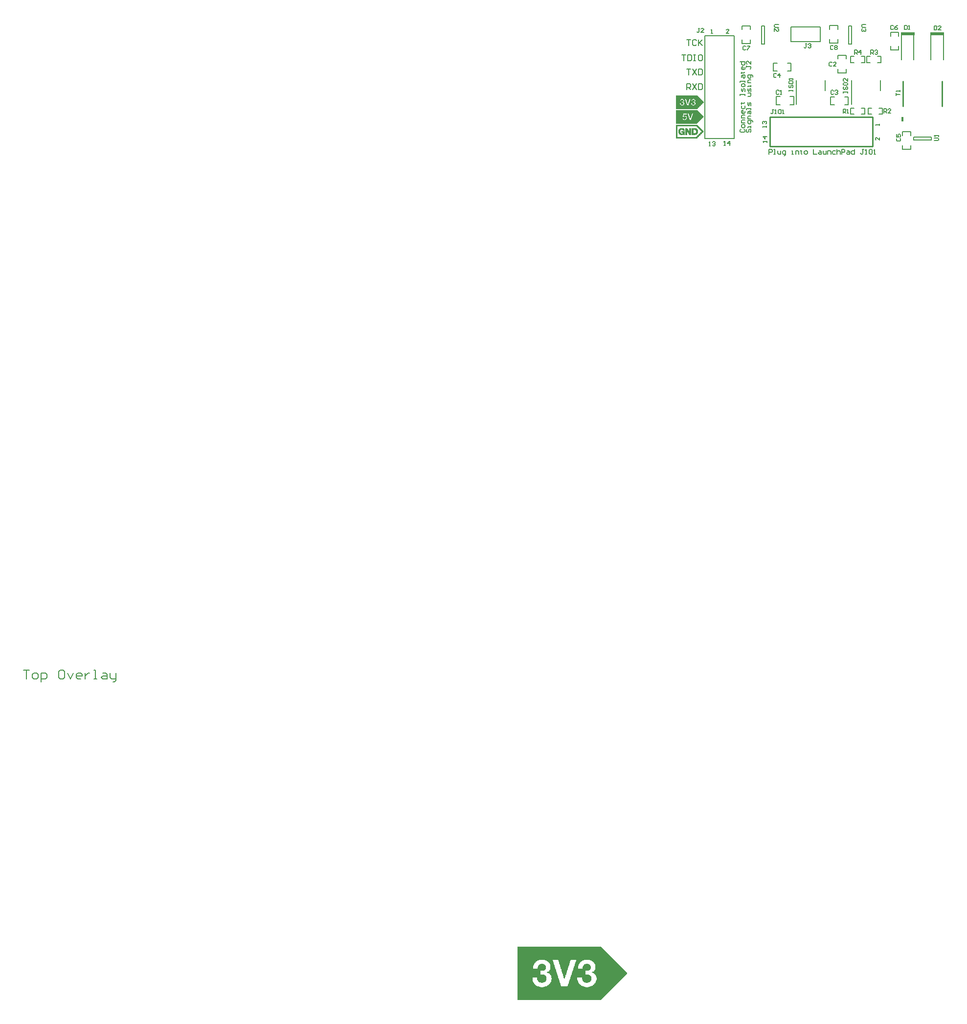
<source format=gto>
%FSLAX25Y25*%
%MOIN*%
G70*
G01*
G75*
G04 Layer_Color=65535*
%ADD10R,0.04803X0.03602*%
%ADD11R,0.03740X0.03937*%
%ADD12R,0.03937X0.03740*%
%ADD13O,0.02362X0.05500*%
%ADD14O,0.02362X0.05709*%
%ADD15R,0.04331X0.02559*%
%ADD16R,0.02559X0.04331*%
%ADD17R,0.03800X0.04400*%
%ADD18R,0.03150X0.02362*%
%ADD19C,0.01000*%
%ADD20C,0.02000*%
%ADD21C,0.00800*%
%ADD22C,0.05906*%
%ADD23R,0.05906X0.05906*%
%ADD24C,0.03400*%
%ADD25C,0.00787*%
%ADD26C,0.00700*%
%ADD27C,0.00200*%
%ADD28C,0.00050*%
%ADD29C,0.00500*%
%ADD30R,0.09200X0.02000*%
G36*
X156200Y24800D02*
X154700D01*
Y27800D01*
X156200D01*
Y24800D01*
D02*
G37*
D19*
X182450Y35300D02*
Y52300D01*
X155950Y35300D02*
Y52300D01*
X65000Y27800D02*
X135000D01*
Y7800D02*
Y27800D01*
X65000Y7800D02*
X135000D01*
X65000D02*
Y27800D01*
D21*
X-443410Y-348755D02*
X-439411D01*
X-441410D01*
Y-354753D01*
X-436412D02*
X-434413D01*
X-433413Y-353754D01*
Y-351754D01*
X-434413Y-350755D01*
X-436412D01*
X-437412Y-351754D01*
Y-353754D01*
X-436412Y-354753D01*
X-431414Y-356753D02*
Y-350755D01*
X-428415D01*
X-427415Y-351754D01*
Y-353754D01*
X-428415Y-354753D01*
X-431414D01*
X-416419Y-348755D02*
X-418418D01*
X-419418Y-349755D01*
Y-353754D01*
X-418418Y-354753D01*
X-416419D01*
X-415419Y-353754D01*
Y-349755D01*
X-416419Y-348755D01*
X-413419Y-350755D02*
X-411420Y-354753D01*
X-409421Y-350755D01*
X-404422Y-354753D02*
X-406422D01*
X-407421Y-353754D01*
Y-351754D01*
X-406422Y-350755D01*
X-404422D01*
X-403423Y-351754D01*
Y-352754D01*
X-407421D01*
X-401423Y-350755D02*
Y-354753D01*
Y-352754D01*
X-400424Y-351754D01*
X-399424Y-350755D01*
X-398424D01*
X-395425Y-354753D02*
X-393426D01*
X-394426D01*
Y-348755D01*
X-395425D01*
X-389427Y-350755D02*
X-387428D01*
X-386428Y-351754D01*
Y-354753D01*
X-389427D01*
X-390427Y-353754D01*
X-389427Y-352754D01*
X-386428D01*
X-384429Y-350755D02*
Y-353754D01*
X-383429Y-354753D01*
X-380430D01*
Y-355753D01*
X-381430Y-356753D01*
X-382430D01*
X-380430Y-354753D02*
Y-350755D01*
D25*
X79600Y79300D02*
Y89300D01*
Y79300D02*
X99600D01*
Y89300D01*
X79600D02*
X99600D01*
X20890Y13095D02*
X40890D01*
X20890Y83095D02*
X40890D01*
Y13095D02*
Y83095D01*
X20890Y13095D02*
Y83095D01*
X83058Y36408D02*
Y52943D01*
X102743Y45857D02*
Y52943D01*
X120757Y36408D02*
Y52943D01*
X140443Y45857D02*
Y52943D01*
X118816Y77698D02*
X120784D01*
X118816D02*
Y89902D01*
X120784Y77698D02*
Y89902D01*
X118816D02*
X120784D01*
X59416Y77698D02*
X61384D01*
X59416D02*
Y89902D01*
X61384Y77698D02*
Y89902D01*
X59416D02*
X61384D01*
X175202Y12316D02*
Y14285D01*
X162998D02*
X175202D01*
X162998Y12316D02*
X175202D01*
X162998D02*
Y14285D01*
D26*
X183450Y66800D02*
Y84300D01*
X174950Y66800D02*
Y84300D01*
X163250Y66800D02*
Y84300D01*
X154750Y66800D02*
Y84300D01*
X105973Y78302D02*
Y80900D01*
Y87700D02*
Y90298D01*
Y78302D02*
X111420D01*
Y80900D01*
X105973Y90298D02*
X111420D01*
Y87700D02*
Y90298D01*
X46274Y78002D02*
Y80600D01*
Y87400D02*
Y89998D01*
Y78002D02*
X51720D01*
Y80600D01*
X46274Y89998D02*
X51720D01*
Y87400D02*
Y89998D01*
X152927Y82900D02*
Y85498D01*
Y73502D02*
Y76100D01*
X147480Y85498D02*
X152927D01*
X147480Y82900D02*
Y85498D01*
Y73502D02*
X152927D01*
X147480D02*
Y76100D01*
X161027Y15200D02*
Y17798D01*
Y5802D02*
Y8400D01*
X155580Y17798D02*
X161027D01*
X155580Y15200D02*
Y17798D01*
Y5802D02*
X161027D01*
X155580D02*
Y8400D01*
X77000Y59074D02*
X79598D01*
Y64520D01*
X77000D02*
X79598D01*
X67602D02*
X70200D01*
X67602Y59074D02*
Y64520D01*
Y59074D02*
X70200D01*
X116000Y36174D02*
X118598D01*
Y41620D01*
X116000D02*
X118598D01*
X106602D02*
X109200D01*
X106602Y36174D02*
Y41620D01*
Y36174D02*
X109200D01*
X111574Y67400D02*
Y69999D01*
X117020D01*
Y67400D02*
Y69999D01*
X111574Y58002D02*
Y60600D01*
X117020Y58002D02*
Y60600D01*
X111574Y58002D02*
X117020D01*
X69502Y36373D02*
X72100D01*
X69502D02*
Y41820D01*
X72100D01*
X78900Y36373D02*
X81498D01*
X78900Y41820D02*
X81498D01*
Y36373D02*
Y41820D01*
X131200Y65050D02*
X133500D01*
X131200D02*
Y69150D01*
X133500D01*
X138500Y65050D02*
X140800D01*
Y69150D01*
X138500D02*
X140800D01*
X127500Y33850D02*
X129800D01*
Y29750D02*
Y33850D01*
X127500Y29750D02*
X129800D01*
X120200Y33850D02*
X122500D01*
X120200Y29750D02*
Y33850D01*
Y29750D02*
X122500D01*
X139400Y33850D02*
X141700D01*
Y29750D02*
Y33850D01*
X139400Y29750D02*
X141700D01*
X132100Y33850D02*
X134400D01*
X132100Y29750D02*
Y33850D01*
Y29750D02*
X134400D01*
X127500Y69150D02*
X129800D01*
Y65050D02*
Y69150D01*
X127500Y65050D02*
X129800D01*
X120200Y69150D02*
X122500D01*
X120200Y65050D02*
Y69150D01*
Y65050D02*
X122500D01*
X8562Y80435D02*
X11228D01*
X9895D01*
Y76436D01*
X15226Y79769D02*
X14560Y80435D01*
X13227D01*
X12561Y79769D01*
Y77103D01*
X13227Y76436D01*
X14560D01*
X15226Y77103D01*
X16559Y80435D02*
Y76436D01*
Y77769D01*
X19225Y80435D01*
X17226Y78436D01*
X19225Y76436D01*
X5100Y70199D02*
X7766D01*
X6433D01*
Y66200D01*
X9099Y70199D02*
Y66200D01*
X11098D01*
X11765Y66866D01*
Y69532D01*
X11098Y70199D01*
X9099D01*
X13097D02*
X14430D01*
X13764D01*
Y66200D01*
X13097D01*
X14430D01*
X18429Y70199D02*
X17096D01*
X16430Y69532D01*
Y66866D01*
X17096Y66200D01*
X18429D01*
X19095Y66866D01*
Y69532D01*
X18429Y70199D01*
X8562Y60512D02*
X11228D01*
X9895D01*
Y56513D01*
X12561Y60512D02*
X15227Y56513D01*
Y60512D02*
X12561Y56513D01*
X16559Y60512D02*
Y56513D01*
X18559D01*
X19225Y57179D01*
Y59845D01*
X18559Y60512D01*
X16559D01*
X8562Y46513D02*
Y50512D01*
X10561D01*
X11228Y49845D01*
Y48512D01*
X10561Y47846D01*
X8562D01*
X9895D02*
X11228Y46513D01*
X12561Y50512D02*
X15227Y46513D01*
Y50512D02*
X12561Y46513D01*
X16559Y50512D02*
Y46513D01*
X18559D01*
X19225Y47179D01*
Y49845D01*
X18559Y50512D01*
X16559D01*
D27*
X-106737Y-573073D02*
X-50137D01*
X-106737Y-572873D02*
X-49937D01*
X-106737Y-572673D02*
X-49737D01*
X-106737Y-572473D02*
X-49537D01*
X-106737Y-572273D02*
X-49337D01*
X-106737Y-572073D02*
X-49137D01*
X-106737Y-571873D02*
X-48937D01*
X-106737Y-571673D02*
X-48737D01*
X-106737Y-571473D02*
X-48537D01*
X-106737Y-571273D02*
X-48337D01*
X-106737Y-571073D02*
X-48137D01*
X-106737Y-570873D02*
X-47937D01*
X-106737Y-570673D02*
X-47737D01*
X-106737Y-570473D02*
X-47537D01*
X-106737Y-570273D02*
X-47337D01*
X-106737Y-570073D02*
X-47137D01*
X-106737Y-569873D02*
X-46937D01*
X-106737Y-569673D02*
X-46737D01*
X-106737Y-569473D02*
X-46537D01*
X-106737Y-569273D02*
X-46337D01*
X-106737Y-569073D02*
X-46137D01*
X-106737Y-568873D02*
X-45937D01*
X-106737Y-568673D02*
X-45737D01*
X-106737Y-568473D02*
X-45537D01*
X-106737Y-568273D02*
X-45337D01*
X-106737Y-568073D02*
X-45137D01*
X-106737Y-567873D02*
X-44937D01*
X-106737Y-567673D02*
X-44737D01*
X-106737Y-567473D02*
X-44537D01*
X-106737Y-567273D02*
X-44337D01*
X-106737Y-567073D02*
X-44137D01*
X-106737Y-566873D02*
X-43937D01*
X-106737Y-566673D02*
X-43737D01*
X-106737Y-566473D02*
X-43537D01*
X-106737Y-566273D02*
X-43337D01*
X-106737Y-566073D02*
X-43137D01*
X-106737Y-565873D02*
X-42937D01*
X-106737Y-565673D02*
X-42737D01*
X-106737Y-565473D02*
X-42537D01*
X-106737Y-565273D02*
X-42337D01*
X-106737Y-565073D02*
X-42137D01*
X-106737Y-564873D02*
X-41937D01*
X-106737Y-564673D02*
X-41737D01*
X-58537Y-564473D02*
X-41537D01*
X-89137D02*
X-60937D01*
X-106737D02*
X-91537D01*
X-57537Y-564273D02*
X-41337D01*
X-88137D02*
X-61937D01*
X-106737D02*
X-92537D01*
X-56937Y-564073D02*
X-41137D01*
X-72737D02*
X-62537D01*
X-87537D02*
X-77337D01*
X-106737D02*
X-93137D01*
X-56337Y-563873D02*
X-40937D01*
X-72737D02*
X-62937D01*
X-86937D02*
X-77537D01*
X-106737D02*
X-93737D01*
X-55937Y-563673D02*
X-40737D01*
X-72537D02*
X-63337D01*
X-86537D02*
X-77537D01*
X-106737D02*
X-93937D01*
X-55537Y-563473D02*
X-40537D01*
X-72537D02*
X-63737D01*
X-86337D02*
X-77537D01*
X-106737D02*
X-94337D01*
X-55337Y-563273D02*
X-40337D01*
X-72537D02*
X-63937D01*
X-85937D02*
X-77737D01*
X-106737D02*
X-94737D01*
X-55137Y-563073D02*
X-40137D01*
X-72337D02*
X-64337D01*
X-85737D02*
X-77737D01*
X-106737D02*
X-94937D01*
X-54937Y-562873D02*
X-39937D01*
X-72337D02*
X-64537D01*
X-85537D02*
X-77737D01*
X-106737D02*
X-95137D01*
X-54537Y-562673D02*
X-39737D01*
X-72337D02*
X-64737D01*
X-85337D02*
X-77737D01*
X-106737D02*
X-95337D01*
X-54337Y-562473D02*
X-39537D01*
X-72137D02*
X-64937D01*
X-85137D02*
X-77937D01*
X-106737D02*
X-95537D01*
X-54337Y-562273D02*
X-39337D01*
X-72137D02*
X-65137D01*
X-84937D02*
X-77937D01*
X-106737D02*
X-95737D01*
X-54137Y-562073D02*
X-39137D01*
X-72137D02*
X-65137D01*
X-84737D02*
X-77937D01*
X-106737D02*
X-95937D01*
X-53937Y-561873D02*
X-38937D01*
X-71937D02*
X-65337D01*
X-84537D02*
X-78137D01*
X-106737D02*
X-95937D01*
X-53737Y-561673D02*
X-38737D01*
X-71937D02*
X-65537D01*
X-84537D02*
X-78137D01*
X-106737D02*
X-96137D01*
X-53737Y-561473D02*
X-38537D01*
X-60337D02*
X-59137D01*
X-71937D02*
X-65537D01*
X-84337D02*
X-78137D01*
X-90937D02*
X-89737D01*
X-106737D02*
X-96137D01*
X-53537Y-561273D02*
X-38337D01*
X-61137D02*
X-58537D01*
X-71737D02*
X-65737D01*
X-84137D02*
X-78337D01*
X-91737D02*
X-89137D01*
X-106737D02*
X-96337D01*
X-53537Y-561073D02*
X-38137D01*
X-61337D02*
X-58137D01*
X-71737D02*
X-65737D01*
X-84137D02*
X-78337D01*
X-92137D02*
X-88737D01*
X-106737D02*
X-96337D01*
X-53337Y-560873D02*
X-37937D01*
X-61737D02*
X-57737D01*
X-71737D02*
X-65937D01*
X-83937D02*
X-78337D01*
X-92337D02*
X-88337D01*
X-106737D02*
X-96537D01*
X-53337Y-560673D02*
X-37737D01*
X-61937D02*
X-57537D01*
X-71537D02*
X-65937D01*
X-83937D02*
X-78537D01*
X-92537D02*
X-88137D01*
X-106737D02*
X-96537D01*
X-53337Y-560473D02*
X-37537D01*
X-62137D02*
X-57337D01*
X-71537D02*
X-65937D01*
X-83937D02*
X-78537D01*
X-92737D02*
X-87937D01*
X-106737D02*
X-96737D01*
X-53137Y-560273D02*
X-37337D01*
X-62137D02*
X-57337D01*
X-71537D02*
X-66137D01*
X-83737D02*
X-78537D01*
X-92937D02*
X-87937D01*
X-106737D02*
X-96737D01*
X-53137Y-560073D02*
X-37137D01*
X-62337D02*
X-57137D01*
X-71337D02*
X-66137D01*
X-83737D02*
X-78737D01*
X-92937D02*
X-87737D01*
X-106737D02*
X-96737D01*
X-53137Y-559873D02*
X-36937D01*
X-62537D02*
X-56937D01*
X-71337D02*
X-66137D01*
X-83737D02*
X-78737D01*
X-93137D02*
X-87737D01*
X-106737D02*
X-96737D01*
X-53137Y-559673D02*
X-36737D01*
X-62537D02*
X-56937D01*
X-71337D02*
X-66137D01*
X-83737D02*
X-78737D01*
X-93137D02*
X-87537D01*
X-106737D02*
X-96937D01*
X-52937Y-559473D02*
X-36537D01*
X-62537D02*
X-56937D01*
X-71137D02*
X-66337D01*
X-83737D02*
X-78937D01*
X-93337D02*
X-87537D01*
X-106737D02*
X-96937D01*
X-52937Y-559273D02*
X-36337D01*
X-62737D02*
X-56937D01*
X-71137D02*
X-66337D01*
X-83537D02*
X-78937D01*
X-93337D02*
X-87537D01*
X-106737D02*
X-96937D01*
X-52937Y-559073D02*
X-36137D01*
X-62737D02*
X-56737D01*
X-71137D02*
X-66337D01*
X-83537D02*
X-78937D01*
X-93337D02*
X-87537D01*
X-106737D02*
X-96937D01*
X-52937Y-558873D02*
X-35937D01*
X-62737D02*
X-56737D01*
X-70937D02*
X-66337D01*
X-83537D02*
X-79137D01*
X-93337D02*
X-87337D01*
X-106737D02*
X-96937D01*
X-52937Y-558673D02*
X-35737D01*
X-62737D02*
X-56737D01*
X-70937D02*
X-66337D01*
X-83537D02*
X-79137D01*
X-93537D02*
X-87337D01*
X-106737D02*
X-96937D01*
X-52937Y-558473D02*
X-35537D01*
X-62937D02*
X-56737D01*
X-70937D02*
X-66337D01*
X-75137D02*
X-74937D01*
X-83537D02*
X-79137D01*
X-93537D02*
X-87337D01*
X-106737D02*
X-96937D01*
X-52937Y-558273D02*
X-35337D01*
X-62937D02*
X-56737D01*
X-70737D02*
X-66337D01*
X-75137D02*
X-74937D01*
X-83537D02*
X-79337D01*
X-93537D02*
X-87537D01*
X-106737D02*
X-96937D01*
X-52937Y-558073D02*
X-35137D01*
X-62937D02*
X-56937D01*
X-70737D02*
X-66337D01*
X-75337D02*
X-74737D01*
X-83737D02*
X-79337D01*
X-93537D02*
X-87537D01*
X-106737D02*
X-96937D01*
X-52937Y-557873D02*
X-34937D01*
X-70737D02*
X-56937D01*
X-75337D02*
X-74737D01*
X-83737D02*
X-79337D01*
X-106737D02*
X-87537D01*
X-53137Y-557673D02*
X-34737D01*
X-70537D02*
X-56937D01*
X-75337D02*
X-74737D01*
X-83737D02*
X-79537D01*
X-106737D02*
X-87537D01*
X-53137Y-557473D02*
X-34537D01*
X-70537D02*
X-56937D01*
X-75337D02*
X-74537D01*
X-83737D02*
X-79537D01*
X-106737D02*
X-87537D01*
X-53137Y-557273D02*
X-34337D01*
X-70537D02*
X-57137D01*
X-75537D02*
X-74537D01*
X-83737D02*
X-79537D01*
X-106737D02*
X-87737D01*
X-53137Y-557073D02*
X-34137D01*
X-70337D02*
X-57137D01*
X-75537D02*
X-74537D01*
X-83937D02*
X-79737D01*
X-106737D02*
X-87937D01*
X-53337Y-556873D02*
X-33937D01*
X-70337D02*
X-57337D01*
X-75537D02*
X-74337D01*
X-83937D02*
X-79737D01*
X-106737D02*
X-87937D01*
X-53337Y-556673D02*
X-33737D01*
X-70337D02*
X-57537D01*
X-75737D02*
X-74337D01*
X-83937D02*
X-79737D01*
X-106737D02*
X-88137D01*
X-53537Y-556473D02*
X-33537D01*
X-70137D02*
X-57937D01*
X-75737D02*
X-74337D01*
X-84137D02*
X-79937D01*
X-106737D02*
X-88537D01*
X-53537Y-556273D02*
X-33337D01*
X-70137D02*
X-58337D01*
X-75737D02*
X-74137D01*
X-84337D02*
X-79937D01*
X-106737D02*
X-88937D01*
X-53737Y-556073D02*
X-33137D01*
X-70137D02*
X-59337D01*
X-75937D02*
X-74137D01*
X-84337D02*
X-79937D01*
X-106737D02*
X-89937D01*
X-53937Y-555873D02*
X-32937D01*
X-69937D02*
X-60937D01*
X-75937D02*
X-74137D01*
X-84537D02*
X-80137D01*
X-106737D02*
X-91537D01*
X-54137Y-555673D02*
X-32737D01*
X-69937D02*
X-60937D01*
X-75937D02*
X-73937D01*
X-84737D02*
X-80137D01*
X-106737D02*
X-91537D01*
X-54337Y-555473D02*
X-32537D01*
X-69937D02*
X-60937D01*
X-76137D02*
X-73937D01*
X-84937D02*
X-80137D01*
X-106737D02*
X-91537D01*
X-54537Y-555273D02*
X-32337D01*
X-69737D02*
X-60937D01*
X-76137D02*
X-73937D01*
X-85137D02*
X-80137D01*
X-106737D02*
X-91537D01*
X-54737Y-555073D02*
X-32337D01*
X-69737D02*
X-60937D01*
X-76137D02*
X-73737D01*
X-85337D02*
X-80337D01*
X-106737D02*
X-91537D01*
X-55137Y-554873D02*
X-32537D01*
X-69737D02*
X-60937D01*
X-76337D02*
X-73737D01*
X-85737D02*
X-80337D01*
X-106737D02*
X-91537D01*
X-55537Y-554673D02*
X-32737D01*
X-69537D02*
X-60937D01*
X-76337D02*
X-73737D01*
X-86337D02*
X-80337D01*
X-106737D02*
X-91537D01*
X-56137Y-554473D02*
X-32937D01*
X-69537D02*
X-60937D01*
X-76337D02*
X-73537D01*
X-86737D02*
X-80537D01*
X-106737D02*
X-91537D01*
X-55737Y-554273D02*
X-33137D01*
X-69537D02*
X-60937D01*
X-76537D02*
X-73537D01*
X-86337D02*
X-80537D01*
X-106737D02*
X-91537D01*
X-55337Y-554073D02*
X-33337D01*
X-69337D02*
X-60937D01*
X-76537D02*
X-73537D01*
X-85937D02*
X-80537D01*
X-106737D02*
X-91537D01*
X-54937Y-553873D02*
X-33537D01*
X-69337D02*
X-60937D01*
X-76537D02*
X-73537D01*
X-85537D02*
X-80737D01*
X-106737D02*
X-91537D01*
X-54737Y-553673D02*
X-33737D01*
X-69337D02*
X-60937D01*
X-76737D02*
X-73337D01*
X-85337D02*
X-80737D01*
X-106737D02*
X-91537D01*
X-54537Y-553473D02*
X-33937D01*
X-69137D02*
X-60937D01*
X-76737D02*
X-73337D01*
X-85137D02*
X-80737D01*
X-106737D02*
X-91537D01*
X-54337Y-553273D02*
X-34137D01*
X-69137D02*
X-58937D01*
X-76737D02*
X-73337D01*
X-85137D02*
X-80937D01*
X-106737D02*
X-89537D01*
X-54337Y-553073D02*
X-34337D01*
X-69137D02*
X-58337D01*
X-76737D02*
X-73137D01*
X-84937D02*
X-80937D01*
X-106737D02*
X-88937D01*
X-54137Y-552873D02*
X-34537D01*
X-68937D02*
X-57937D01*
X-76937D02*
X-73137D01*
X-84737D02*
X-80937D01*
X-106737D02*
X-88537D01*
X-54137Y-552673D02*
X-34737D01*
X-68937D02*
X-57737D01*
X-76937D02*
X-73137D01*
X-84737D02*
X-81137D01*
X-106737D02*
X-88337D01*
X-53937Y-552473D02*
X-34937D01*
X-68937D02*
X-57537D01*
X-76937D02*
X-72937D01*
X-84537D02*
X-81137D01*
X-106737D02*
X-88137D01*
X-53937Y-552273D02*
X-35137D01*
X-68737D02*
X-57337D01*
X-77137D02*
X-72937D01*
X-84537D02*
X-81137D01*
X-106737D02*
X-88137D01*
X-53737Y-552073D02*
X-35337D01*
X-68737D02*
X-57337D01*
X-77137D02*
X-72937D01*
X-84537D02*
X-81337D01*
X-106737D02*
X-87937D01*
X-53737Y-551873D02*
X-35537D01*
X-62537D02*
X-57137D01*
X-68737D02*
X-65937D01*
X-77137D02*
X-72737D01*
X-84337D02*
X-81337D01*
X-93137D02*
X-87937D01*
X-106737D02*
X-96537D01*
X-53737Y-551673D02*
X-35737D01*
X-62537D02*
X-57137D01*
X-68537D02*
X-65937D01*
X-77337D02*
X-72737D01*
X-84337D02*
X-81337D01*
X-93137D02*
X-87737D01*
X-106737D02*
X-96537D01*
X-53737Y-551473D02*
X-35937D01*
X-62337D02*
X-57137D01*
X-68537D02*
X-65937D01*
X-77337D02*
X-72737D01*
X-84337D02*
X-81537D01*
X-93137D02*
X-87737D01*
X-106737D02*
X-96537D01*
X-53737Y-551273D02*
X-36137D01*
X-62337D02*
X-57137D01*
X-68537D02*
X-65937D01*
X-77337D02*
X-72537D01*
X-84337D02*
X-81537D01*
X-93137D02*
X-87737D01*
X-106737D02*
X-96537D01*
X-53737Y-551073D02*
X-36337D01*
X-62337D02*
X-57137D01*
X-68337D02*
X-65937D01*
X-77537D02*
X-72537D01*
X-84337D02*
X-81537D01*
X-92937D02*
X-87737D01*
X-106737D02*
X-96537D01*
X-53737Y-550873D02*
X-36537D01*
X-62337D02*
X-57137D01*
X-68337D02*
X-65737D01*
X-77537D02*
X-72537D01*
X-84337D02*
X-81737D01*
X-92937D02*
X-87737D01*
X-106737D02*
X-96537D01*
X-53737Y-550673D02*
X-36737D01*
X-62337D02*
X-57137D01*
X-68337D02*
X-65737D01*
X-77537D02*
X-72337D01*
X-84337D02*
X-81737D01*
X-92937D02*
X-87737D01*
X-106737D02*
X-96337D01*
X-53737Y-550473D02*
X-36937D01*
X-62137D02*
X-57137D01*
X-68137D02*
X-65737D01*
X-77737D02*
X-72337D01*
X-84337D02*
X-81737D01*
X-92737D02*
X-87937D01*
X-106737D02*
X-96337D01*
X-53737Y-550273D02*
X-37137D01*
X-62137D02*
X-57337D01*
X-68137D02*
X-65737D01*
X-77737D02*
X-72337D01*
X-84337D02*
X-81937D01*
X-92737D02*
X-87937D01*
X-106737D02*
X-96337D01*
X-53737Y-550073D02*
X-37337D01*
X-61937D02*
X-57337D01*
X-68137D02*
X-65737D01*
X-77737D02*
X-72137D01*
X-84337D02*
X-81937D01*
X-92737D02*
X-87937D01*
X-106737D02*
X-96337D01*
X-53737Y-549873D02*
X-37537D01*
X-61937D02*
X-57537D01*
X-67937D02*
X-65537D01*
X-77937D02*
X-72137D01*
X-84337D02*
X-81937D01*
X-92537D02*
X-88137D01*
X-106737D02*
X-96137D01*
X-53737Y-549673D02*
X-37737D01*
X-61737D02*
X-57737D01*
X-67937D02*
X-65537D01*
X-77937D02*
X-72137D01*
X-84337D02*
X-82137D01*
X-92337D02*
X-88337D01*
X-106737D02*
X-96137D01*
X-53737Y-549473D02*
X-37937D01*
X-61537D02*
X-57737D01*
X-67937D02*
X-65337D01*
X-77937D02*
X-71937D01*
X-84537D02*
X-82137D01*
X-92137D02*
X-88537D01*
X-106737D02*
X-96137D01*
X-53937Y-549273D02*
X-38137D01*
X-61337D02*
X-58137D01*
X-67737D02*
X-65337D01*
X-77937D02*
X-71937D01*
X-84537D02*
X-82137D01*
X-91937D02*
X-88737D01*
X-106737D02*
X-95937D01*
X-53937Y-549073D02*
X-38337D01*
X-60937D02*
X-58337D01*
X-67737D02*
X-65337D01*
X-78137D02*
X-71937D01*
X-84537D02*
X-82337D01*
X-91537D02*
X-89137D01*
X-106737D02*
X-95937D01*
X-54137Y-548873D02*
X-38537D01*
X-60537D02*
X-58937D01*
X-67737D02*
X-65137D01*
X-78137D02*
X-71737D01*
X-84737D02*
X-82337D01*
X-91137D02*
X-89537D01*
X-106737D02*
X-95737D01*
X-54137Y-548673D02*
X-38737D01*
X-67537D02*
X-65137D01*
X-78137D02*
X-71737D01*
X-84737D02*
X-82337D01*
X-106737D02*
X-95737D01*
X-54337Y-548473D02*
X-38937D01*
X-67537D02*
X-64937D01*
X-78337D02*
X-71737D01*
X-84937D02*
X-82537D01*
X-106737D02*
X-95537D01*
X-54337Y-548273D02*
X-39137D01*
X-67537D02*
X-64737D01*
X-78337D02*
X-71737D01*
X-84937D02*
X-82537D01*
X-106737D02*
X-95337D01*
X-54537Y-548073D02*
X-39337D01*
X-67337D02*
X-64737D01*
X-78337D02*
X-71537D01*
X-85137D02*
X-82537D01*
X-106737D02*
X-95337D01*
X-54737Y-547873D02*
X-39537D01*
X-67337D02*
X-64537D01*
X-78537D02*
X-71537D01*
X-85337D02*
X-82537D01*
X-106737D02*
X-95137D01*
X-54937Y-547673D02*
X-39737D01*
X-67337D02*
X-64337D01*
X-78537D02*
X-71537D01*
X-85537D02*
X-82737D01*
X-106737D02*
X-94937D01*
X-55137Y-547473D02*
X-39937D01*
X-67137D02*
X-64137D01*
X-78537D02*
X-71337D01*
X-85737D02*
X-82737D01*
X-106737D02*
X-94737D01*
X-55337Y-547273D02*
X-40137D01*
X-67137D02*
X-63937D01*
X-78737D02*
X-71337D01*
X-85937D02*
X-82737D01*
X-106737D02*
X-94537D01*
X-55537Y-547073D02*
X-40337D01*
X-67137D02*
X-63737D01*
X-78737D02*
X-71337D01*
X-86137D02*
X-82937D01*
X-106737D02*
X-94337D01*
X-55937Y-546873D02*
X-40537D01*
X-66937D02*
X-63337D01*
X-78737D02*
X-71137D01*
X-86537D02*
X-82937D01*
X-106737D02*
X-94137D01*
X-56137Y-546673D02*
X-40737D01*
X-66937D02*
X-63137D01*
X-78937D02*
X-71137D01*
X-86737D02*
X-82937D01*
X-106737D02*
X-93737D01*
X-56537Y-546473D02*
X-40937D01*
X-66937D02*
X-62737D01*
X-78937D02*
X-71137D01*
X-87137D02*
X-83137D01*
X-106737D02*
X-93337D01*
X-56937Y-546273D02*
X-41137D01*
X-66737D02*
X-62337D01*
X-78937D02*
X-70937D01*
X-87537D02*
X-83137D01*
X-106737D02*
X-92937D01*
X-57537Y-546073D02*
X-41337D01*
X-66737D02*
X-61737D01*
X-79137D02*
X-70937D01*
X-88137D02*
X-83137D01*
X-106737D02*
X-92537D01*
X-58337Y-545873D02*
X-41537D01*
X-66737D02*
X-60937D01*
X-79137D02*
X-70937D01*
X-89137D02*
X-83337D01*
X-106737D02*
X-91737D01*
X-106737Y-545673D02*
X-41737D01*
X-106737Y-545473D02*
X-41937D01*
X-106737Y-545273D02*
X-42137D01*
X-106737Y-545073D02*
X-42337D01*
X-106737Y-544873D02*
X-42537D01*
X-106737Y-544673D02*
X-42737D01*
X-106737Y-544473D02*
X-42937D01*
X-106737Y-544273D02*
X-43137D01*
X-106737Y-544073D02*
X-43337D01*
X-106737Y-543873D02*
X-43537D01*
X-106737Y-543673D02*
X-43737D01*
X-106737Y-543473D02*
X-43937D01*
X-106737Y-543273D02*
X-44137D01*
X-106737Y-543073D02*
X-44337D01*
X-106737Y-542873D02*
X-44537D01*
X-106737Y-542673D02*
X-44737D01*
X-106737Y-542473D02*
X-44937D01*
X-106737Y-542273D02*
X-45137D01*
X-106737Y-542073D02*
X-45337D01*
X-106737Y-541873D02*
X-45537D01*
X-106737Y-541673D02*
X-45737D01*
X-106737Y-541473D02*
X-45937D01*
X-106737Y-541273D02*
X-46137D01*
X-106737Y-541073D02*
X-46337D01*
X-106737Y-540873D02*
X-46537D01*
X-106737Y-540673D02*
X-46737D01*
X-106737Y-540473D02*
X-46937D01*
X-106737Y-540273D02*
X-47137D01*
X-106737Y-540073D02*
X-47337D01*
X-106737Y-539873D02*
X-47537D01*
X-106737Y-539673D02*
X-47737D01*
X-106737Y-539473D02*
X-47937D01*
X-106737Y-539273D02*
X-48137D01*
X-106737Y-539073D02*
X-48337D01*
X-106737Y-538873D02*
X-48537D01*
X-106737Y-538673D02*
X-48737D01*
X-106737Y-538473D02*
X-48937D01*
X-106737Y-538273D02*
X-49137D01*
X-106737Y-538073D02*
X-49337D01*
X-106737Y-537873D02*
X-49537D01*
X-106737Y-537673D02*
X-49737D01*
X-106737Y-537473D02*
X-49937D01*
X-106737Y-537273D02*
X-50137D01*
D28*
X1085Y42536D02*
X15235D01*
X1085Y42486D02*
X15285D01*
X1085Y42436D02*
X15335D01*
X1085Y42386D02*
X15385D01*
X1085Y42336D02*
X15435D01*
X1085Y42286D02*
X15485D01*
X1085Y42236D02*
X15535D01*
X1085Y42186D02*
X15585D01*
X1085Y42136D02*
X15635D01*
X1085Y42086D02*
X15685D01*
X1085Y42036D02*
X15735D01*
X1085Y41986D02*
X15785D01*
X1085Y41936D02*
X15835D01*
X1085Y41886D02*
X15885D01*
X1085Y41836D02*
X15935D01*
X1085Y41786D02*
X15985D01*
X1085Y41736D02*
X16035D01*
X1085Y41686D02*
X16085D01*
X1085Y41636D02*
X16135D01*
X1085Y41586D02*
X16185D01*
X1085Y41536D02*
X16235D01*
X1085Y41486D02*
X16285D01*
X1085Y41436D02*
X16335D01*
X1085Y41386D02*
X16385D01*
X1085Y41336D02*
X16435D01*
X1085Y41286D02*
X16485D01*
X1085Y41236D02*
X16535D01*
X1085Y41186D02*
X16585D01*
X1085Y41136D02*
X16635D01*
X1085Y41086D02*
X16685D01*
X1085Y41036D02*
X16735D01*
X1085Y40986D02*
X16785D01*
X1085Y40936D02*
X16835D01*
X1085Y40886D02*
X16885D01*
X1085Y40836D02*
X16935D01*
X1085Y40786D02*
X16985D01*
X1085Y40736D02*
X17035D01*
X1085Y40686D02*
X17085D01*
X1085Y40636D02*
X17135D01*
X1085Y40586D02*
X17185D01*
X1085Y40536D02*
X17235D01*
X1085Y40486D02*
X17285D01*
X1085Y40436D02*
X17335D01*
X1085Y40386D02*
X4835D01*
X5485D02*
X6935D01*
X7985D02*
X10035D01*
X11085D02*
X12535D01*
X13185D02*
X17385D01*
X1085Y40336D02*
X4635D01*
X5735D02*
X6985D01*
X7985D02*
X10035D01*
X11085D02*
X12335D01*
X13385D02*
X17435D01*
X1085Y40286D02*
X4535D01*
X5885D02*
X6985D01*
X8035D02*
X10035D01*
X11085D02*
X12185D01*
X13535D02*
X17485D01*
X1085Y40236D02*
X4435D01*
X5985D02*
X6985D01*
X8035D02*
X9985D01*
X11035D02*
X12085D01*
X13635D02*
X17535D01*
X1085Y40186D02*
X4335D01*
X6085D02*
X7035D01*
X8035D02*
X9985D01*
X11035D02*
X11985D01*
X13735D02*
X17585D01*
X1085Y40136D02*
X4235D01*
X6135D02*
X7035D01*
X8085D02*
X9985D01*
X11035D02*
X11935D01*
X13785D02*
X17635D01*
X1085Y40086D02*
X4185D01*
X6235D02*
X7035D01*
X8085D02*
X9935D01*
X10985D02*
X11835D01*
X13885D02*
X17685D01*
X1085Y40036D02*
X4135D01*
X6285D02*
X7085D01*
X8085D02*
X9935D01*
X10985D02*
X11785D01*
X13935D02*
X17735D01*
X1085Y39986D02*
X4085D01*
X6335D02*
X7085D01*
X8135D02*
X9935D01*
X10985D02*
X11735D01*
X13985D02*
X17785D01*
X1085Y39936D02*
X4035D01*
X6385D02*
X7085D01*
X8135D02*
X9885D01*
X10935D02*
X11685D01*
X14035D02*
X17835D01*
X1085Y39886D02*
X3985D01*
X6435D02*
X7135D01*
X8135D02*
X9885D01*
X10935D02*
X11635D01*
X14085D02*
X17885D01*
X1085Y39836D02*
X3935D01*
X6485D02*
X7135D01*
X8185D02*
X9885D01*
X10935D02*
X11585D01*
X14135D02*
X17935D01*
X1085Y39786D02*
X3935D01*
X6535D02*
X7135D01*
X8185D02*
X9835D01*
X10885D02*
X11585D01*
X14185D02*
X17985D01*
X1085Y39736D02*
X3885D01*
X6535D02*
X7135D01*
X8185D02*
X9835D01*
X10885D02*
X11535D01*
X14185D02*
X18035D01*
X1085Y39686D02*
X3835D01*
X6585D02*
X7185D01*
X8235D02*
X9835D01*
X10885D02*
X11485D01*
X14235D02*
X18085D01*
X1085Y39636D02*
X3835D01*
X4985D02*
X5385D01*
X6585D02*
X7185D01*
X8235D02*
X9835D01*
X10835D02*
X11485D01*
X12635D02*
X13035D01*
X14235D02*
X18135D01*
X1085Y39586D02*
X3785D01*
X4885D02*
X5485D01*
X6635D02*
X7185D01*
X8235D02*
X9785D01*
X10835D02*
X11435D01*
X12535D02*
X13185D01*
X14285D02*
X18185D01*
X1085Y39536D02*
X3785D01*
X4785D02*
X5585D01*
X6635D02*
X7235D01*
X8285D02*
X9785D01*
X10835D02*
X11435D01*
X12435D02*
X13235D01*
X14285D02*
X18235D01*
X1085Y39486D02*
X3735D01*
X4735D02*
X5635D01*
X6635D02*
X7235D01*
X8285D02*
X9785D01*
X10785D02*
X11435D01*
X12385D02*
X13335D01*
X14335D02*
X18285D01*
X1085Y39436D02*
X3735D01*
X4685D02*
X5685D01*
X6685D02*
X7235D01*
X8285D02*
X9735D01*
X10785D02*
X11385D01*
X12335D02*
X13335D01*
X14335D02*
X18335D01*
X1085Y39386D02*
X3735D01*
X4635D02*
X5735D01*
X6685D02*
X7285D01*
X8285D02*
X9735D01*
X10785D02*
X11385D01*
X12285D02*
X13385D01*
X14335D02*
X18385D01*
X1085Y39336D02*
X3685D01*
X4585D02*
X5785D01*
X6685D02*
X7285D01*
X8335D02*
X9735D01*
X10735D02*
X11335D01*
X12285D02*
X13435D01*
X14335D02*
X18435D01*
X1085Y39286D02*
X3685D01*
X4585D02*
X5785D01*
X6685D02*
X7285D01*
X8335D02*
X9685D01*
X10735D02*
X11335D01*
X12235D02*
X13435D01*
X14335D02*
X18485D01*
X1085Y39236D02*
X3685D01*
X4585D02*
X5785D01*
X6685D02*
X7335D01*
X8335D02*
X9685D01*
X10735D02*
X11335D01*
X12235D02*
X13485D01*
X14335D02*
X18535D01*
X1085Y39186D02*
X3685D01*
X4535D02*
X5835D01*
X6685D02*
X7335D01*
X8385D02*
X9685D01*
X10685D02*
X11335D01*
X12185D02*
X13485D01*
X14335D02*
X18585D01*
X1085Y39136D02*
X3635D01*
X4535D02*
X5835D01*
X6685D02*
X7335D01*
X8385D02*
X9635D01*
X10685D02*
X11335D01*
X12185D02*
X13485D01*
X14335D02*
X18635D01*
X1085Y39086D02*
X3635D01*
X4535D02*
X5835D01*
X6685D02*
X7385D01*
X8385D02*
X9635D01*
X10685D02*
X11285D01*
X12185D02*
X13485D01*
X14335D02*
X18685D01*
X1085Y39036D02*
X3635D01*
X4485D02*
X5835D01*
X6685D02*
X7385D01*
X8435D02*
X9635D01*
X10635D02*
X11285D01*
X12185D02*
X13485D01*
X14335D02*
X18735D01*
X1085Y38986D02*
X3635D01*
X4485D02*
X5835D01*
X6685D02*
X7385D01*
X8435D02*
X9585D01*
X10635D02*
X11285D01*
X12185D02*
X13485D01*
X14335D02*
X18785D01*
X1085Y38936D02*
X3635D01*
X4485D02*
X5835D01*
X6685D02*
X7435D01*
X8435D02*
X9585D01*
X10635D02*
X11285D01*
X12135D02*
X13485D01*
X14335D02*
X18835D01*
X1085Y38886D02*
X3635D01*
X4485D02*
X5785D01*
X6685D02*
X7435D01*
X8485D02*
X9585D01*
X10585D02*
X11285D01*
X12135D02*
X13485D01*
X14335D02*
X18885D01*
X1085Y38836D02*
X5785D01*
X6635D02*
X7435D01*
X8485D02*
X9535D01*
X10585D02*
X13435D01*
X14335D02*
X18935D01*
X1085Y38786D02*
X5735D01*
X6635D02*
X7485D01*
X8485D02*
X9535D01*
X10585D02*
X13435D01*
X14285D02*
X18985D01*
X1085Y38736D02*
X5735D01*
X6635D02*
X7485D01*
X8535D02*
X9535D01*
X10535D02*
X13385D01*
X14285D02*
X19035D01*
X1085Y38686D02*
X5685D01*
X6585D02*
X7485D01*
X8535D02*
X9485D01*
X10535D02*
X13335D01*
X14235D02*
X19085D01*
X1085Y38636D02*
X5635D01*
X6585D02*
X7535D01*
X8535D02*
X9485D01*
X10535D02*
X13285D01*
X14235D02*
X19135D01*
X1085Y38586D02*
X5535D01*
X6535D02*
X7535D01*
X8585D02*
X9485D01*
X10485D02*
X13185D01*
X14185D02*
X19185D01*
X1085Y38536D02*
X5385D01*
X6485D02*
X7535D01*
X8585D02*
X9435D01*
X10485D02*
X13035D01*
X14185D02*
X19235D01*
X1085Y38486D02*
X4885D01*
X6485D02*
X7585D01*
X8585D02*
X9435D01*
X10485D02*
X12535D01*
X14135D02*
X19285D01*
X1085Y38436D02*
X4885D01*
X6435D02*
X7585D01*
X8585D02*
X9435D01*
X10435D02*
X12535D01*
X14085D02*
X19335D01*
X1085Y38386D02*
X4885D01*
X6385D02*
X7585D01*
X8635D02*
X9385D01*
X10435D02*
X12535D01*
X14035D02*
X19385D01*
X1085Y38336D02*
X4885D01*
X6285D02*
X7635D01*
X8635D02*
X9385D01*
X10435D02*
X12535D01*
X13935D02*
X19435D01*
X1085Y38286D02*
X4885D01*
X6185D02*
X7635D01*
X8635D02*
X9385D01*
X10385D02*
X12535D01*
X13835D02*
X19485D01*
X1085Y38236D02*
X4885D01*
X6085D02*
X7635D01*
X8685D02*
X9385D01*
X10385D02*
X12535D01*
X13735D02*
X19535D01*
X1085Y38186D02*
X4885D01*
X6185D02*
X7685D01*
X8685D02*
X9335D01*
X10385D02*
X12535D01*
X13885D02*
X19585D01*
X1085Y38136D02*
X4885D01*
X6335D02*
X7685D01*
X8685D02*
X9335D01*
X10335D02*
X12535D01*
X13985D02*
X19635D01*
X1085Y38086D02*
X4885D01*
X6435D02*
X7685D01*
X8735D02*
X9335D01*
X10335D02*
X12535D01*
X14085D02*
X19685D01*
X1085Y38036D02*
X4885D01*
X6485D02*
X7735D01*
X8735D02*
X9285D01*
X10335D02*
X12535D01*
X14135D02*
X19685D01*
X1085Y37986D02*
X4885D01*
X6535D02*
X7735D01*
X8735D02*
X9285D01*
X10285D02*
X12535D01*
X14185D02*
X19635D01*
X1085Y37936D02*
X4885D01*
X6585D02*
X7735D01*
X8785D02*
X9285D01*
X10285D02*
X12535D01*
X14235D02*
X19585D01*
X1085Y37886D02*
X4885D01*
X6635D02*
X7735D01*
X8785D02*
X9235D01*
X10285D02*
X12535D01*
X14285D02*
X19535D01*
X1085Y37836D02*
X5285D01*
X6685D02*
X7785D01*
X8785D02*
X9235D01*
X10235D02*
X12935D01*
X14335D02*
X19485D01*
X1085Y37786D02*
X5535D01*
X6685D02*
X7785D01*
X8835D02*
X9235D01*
X10235D02*
X13185D01*
X14385D02*
X19435D01*
X1085Y37736D02*
X5635D01*
X6735D02*
X7785D01*
X8835D02*
X9185D01*
X10235D02*
X13285D01*
X14385D02*
X19385D01*
X1085Y37686D02*
X5735D01*
X6785D02*
X7835D01*
X8835D02*
X9185D01*
X10185D02*
X13385D01*
X14435D02*
X19335D01*
X1085Y37636D02*
X5785D01*
X6785D02*
X7835D01*
X8885D02*
X9185D01*
X10185D02*
X13435D01*
X14435D02*
X19285D01*
X1085Y37586D02*
X5785D01*
X6785D02*
X7835D01*
X8885D02*
X9135D01*
X10185D02*
X13485D01*
X14485D02*
X19235D01*
X1085Y37536D02*
X5835D01*
X6835D02*
X7885D01*
X8885D02*
X9135D01*
X10135D02*
X13485D01*
X14485D02*
X19185D01*
X1085Y37486D02*
X5885D01*
X6835D02*
X7885D01*
X8935D02*
X9135D01*
X10135D02*
X13535D01*
X14485D02*
X19135D01*
X1085Y37436D02*
X5885D01*
X6835D02*
X7885D01*
X8935D02*
X9085D01*
X10135D02*
X13535D01*
X14485D02*
X19085D01*
X1085Y37386D02*
X5885D01*
X6835D02*
X7935D01*
X8935D02*
X9085D01*
X10085D02*
X13535D01*
X14535D02*
X19035D01*
X1085Y37336D02*
X3535D01*
X4385D02*
X5885D01*
X6835D02*
X7935D01*
X8935D02*
X9085D01*
X10085D02*
X11185D01*
X12035D02*
X13535D01*
X14535D02*
X18985D01*
X1085Y37286D02*
X3535D01*
X4385D02*
X5885D01*
X6885D02*
X7935D01*
X8985D02*
X9035D01*
X10085D02*
X11185D01*
X12035D02*
X13585D01*
X14535D02*
X18935D01*
X1085Y37236D02*
X3535D01*
X4385D02*
X5935D01*
X6885D02*
X7985D01*
X8985D02*
X9035D01*
X10035D02*
X11185D01*
X12035D02*
X13585D01*
X14535D02*
X18885D01*
X1085Y37186D02*
X3535D01*
X4385D02*
X5935D01*
X6885D02*
X7985D01*
X10035D02*
X11185D01*
X12085D02*
X13585D01*
X14535D02*
X18835D01*
X1085Y37136D02*
X3535D01*
X4435D02*
X5935D01*
X6885D02*
X7985D01*
X10035D02*
X11185D01*
X12085D02*
X13585D01*
X14535D02*
X18785D01*
X1085Y37086D02*
X3535D01*
X4435D02*
X5885D01*
X6885D02*
X8035D01*
X9985D02*
X11185D01*
X12085D02*
X13585D01*
X14535D02*
X18735D01*
X1085Y37036D02*
X3535D01*
X4435D02*
X5885D01*
X6885D02*
X8035D01*
X9985D02*
X11185D01*
X12085D02*
X13535D01*
X14535D02*
X18685D01*
X1085Y36986D02*
X3535D01*
X4435D02*
X5885D01*
X6835D02*
X8035D01*
X9985D02*
X11185D01*
X12135D02*
X13535D01*
X14535D02*
X18635D01*
X1085Y36936D02*
X3535D01*
X4485D02*
X5885D01*
X6835D02*
X8085D01*
X9935D02*
X11235D01*
X12135D02*
X13535D01*
X14485D02*
X18585D01*
X1085Y36886D02*
X3585D01*
X4485D02*
X5835D01*
X6835D02*
X8085D01*
X9935D02*
X11235D01*
X12135D02*
X13535D01*
X14485D02*
X18535D01*
X1085Y36836D02*
X3585D01*
X4535D02*
X5835D01*
X6835D02*
X8085D01*
X9935D02*
X11235D01*
X12185D02*
X13485D01*
X14485D02*
X18485D01*
X1085Y36786D02*
X3585D01*
X4535D02*
X5785D01*
X6835D02*
X8135D01*
X9885D02*
X11235D01*
X12235D02*
X13435D01*
X14485D02*
X18435D01*
X1085Y36736D02*
X3585D01*
X4585D02*
X5785D01*
X6785D02*
X8135D01*
X9885D02*
X11285D01*
X12235D02*
X13435D01*
X14435D02*
X18385D01*
X1085Y36686D02*
X3635D01*
X4635D02*
X5735D01*
X6785D02*
X8135D01*
X9885D02*
X11285D01*
X12285D02*
X13385D01*
X14435D02*
X18335D01*
X1085Y36636D02*
X3635D01*
X4685D02*
X5685D01*
X6785D02*
X8185D01*
X9835D02*
X11285D01*
X12335D02*
X13335D01*
X14435D02*
X18285D01*
X1085Y36586D02*
X3685D01*
X4735D02*
X5585D01*
X6735D02*
X8185D01*
X9835D02*
X11335D01*
X12435D02*
X13235D01*
X14385D02*
X18235D01*
X1085Y36536D02*
X3685D01*
X4835D02*
X5485D01*
X6735D02*
X8185D01*
X9835D02*
X11335D01*
X12485D02*
X13135D01*
X14385D02*
X18185D01*
X1085Y36486D02*
X3735D01*
X5035D02*
X5335D01*
X6685D02*
X8235D01*
X9785D02*
X11385D01*
X12685D02*
X12985D01*
X14335D02*
X18135D01*
X1085Y36436D02*
X3735D01*
X6635D02*
X8235D01*
X9785D02*
X11385D01*
X14335D02*
X18085D01*
X1085Y36386D02*
X3785D01*
X6635D02*
X8235D01*
X9785D02*
X11435D01*
X14285D02*
X18035D01*
X1085Y36336D02*
X3785D01*
X6585D02*
X8285D01*
X9735D02*
X11485D01*
X14235D02*
X17985D01*
X1085Y36286D02*
X3835D01*
X6535D02*
X8285D01*
X9735D02*
X11485D01*
X14185D02*
X17935D01*
X1085Y36236D02*
X3885D01*
X6485D02*
X8285D01*
X9735D02*
X11535D01*
X14185D02*
X17885D01*
X1085Y36186D02*
X3935D01*
X6435D02*
X8335D01*
X9685D02*
X11585D01*
X14135D02*
X17835D01*
X1085Y36136D02*
X3985D01*
X6385D02*
X8335D01*
X9685D02*
X11635D01*
X14035D02*
X17785D01*
X1085Y36086D02*
X4035D01*
X6335D02*
X8335D01*
X9685D02*
X11685D01*
X13985D02*
X17735D01*
X1085Y36036D02*
X4085D01*
X6285D02*
X8335D01*
X9635D02*
X11785D01*
X13935D02*
X17685D01*
X1085Y35986D02*
X4185D01*
X6185D02*
X8385D01*
X9635D02*
X11835D01*
X13885D02*
X17635D01*
X1085Y35936D02*
X4285D01*
X6135D02*
X8385D01*
X9635D02*
X11935D01*
X13785D02*
X17585D01*
X1085Y35886D02*
X4335D01*
X6035D02*
X8385D01*
X9585D02*
X12035D01*
X13685D02*
X17535D01*
X1085Y35836D02*
X4485D01*
X5885D02*
X8435D01*
X9585D02*
X12135D01*
X13535D02*
X17485D01*
X1085Y35786D02*
X4635D01*
X5735D02*
X12285D01*
X13385D02*
X17435D01*
X1085Y35736D02*
X4885D01*
X5485D02*
X12535D01*
X13135D02*
X17385D01*
X1085Y35686D02*
X17335D01*
X1085Y35636D02*
X17285D01*
X1085Y35586D02*
X17235D01*
X1085Y35536D02*
X17185D01*
X1085Y35486D02*
X17135D01*
X1085Y35436D02*
X17085D01*
X1085Y35386D02*
X17035D01*
X1085Y35336D02*
X16985D01*
X1085Y35286D02*
X16935D01*
X1085Y35236D02*
X16885D01*
X1085Y35186D02*
X16835D01*
X1085Y35136D02*
X16785D01*
X1085Y35086D02*
X16735D01*
X1085Y35036D02*
X16685D01*
X1085Y34986D02*
X16635D01*
X1085Y34936D02*
X16585D01*
X1085Y34886D02*
X16535D01*
X1085Y34836D02*
X16485D01*
X1085Y34786D02*
X16435D01*
X1085Y34736D02*
X16385D01*
X1085Y34686D02*
X16335D01*
X1085Y34636D02*
X16285D01*
X1085Y34586D02*
X16235D01*
X1085Y34536D02*
X16185D01*
X1085Y34486D02*
X16135D01*
X1085Y34436D02*
X16085D01*
X1085Y34386D02*
X16035D01*
X1085Y34336D02*
X15985D01*
X1085Y34286D02*
X15935D01*
X1085Y34236D02*
X15885D01*
X1085Y34186D02*
X15835D01*
X1085Y34136D02*
X15785D01*
X1085Y34086D02*
X15735D01*
X1085Y34036D02*
X15685D01*
X1085Y33986D02*
X15635D01*
X1085Y33936D02*
X15585D01*
X1085Y33886D02*
X15535D01*
X1085Y33836D02*
X15485D01*
X1085Y33786D02*
X15435D01*
X1085Y33736D02*
X15385D01*
X1085Y33686D02*
X15335D01*
X1085Y33636D02*
X15285D01*
X1085Y33586D02*
X15235D01*
X1084Y32694D02*
X15234D01*
X1084Y32644D02*
X15334D01*
X1084Y32594D02*
X15383D01*
X1084Y32544D02*
X15434D01*
X1084Y32494D02*
X15484D01*
X1084Y32444D02*
X15533D01*
X1084Y32394D02*
X15584D01*
X1084Y32344D02*
X15633D01*
X1084Y32294D02*
X15684D01*
X1084Y32244D02*
X15733D01*
X1084Y32194D02*
X15784D01*
X1084Y32144D02*
X15834D01*
X1084Y32094D02*
X15883D01*
X1084Y32044D02*
X15934D01*
X1084Y31994D02*
X15983D01*
X1084Y31944D02*
X16034D01*
X1084Y31894D02*
X16083D01*
X1084Y31844D02*
X16134D01*
X1084Y31794D02*
X16183D01*
X1084Y31744D02*
X16233D01*
X1084Y31694D02*
X16284D01*
X1084Y31644D02*
X16333D01*
X1084Y31594D02*
X16384D01*
X1084Y31544D02*
X16433D01*
X1084Y31494D02*
X16484D01*
X1084Y31444D02*
X16533D01*
X1084Y31394D02*
X16583D01*
X1084Y31344D02*
X16634D01*
X1084Y31294D02*
X16683D01*
X1084Y31244D02*
X16734D01*
X1084Y31194D02*
X16783D01*
X1084Y31144D02*
X16834D01*
X1084Y31094D02*
X16883D01*
X1084Y31044D02*
X16933D01*
X1084Y30994D02*
X16984D01*
X1084Y30944D02*
X17033D01*
X1084Y30894D02*
X17084D01*
X1084Y30844D02*
X17133D01*
X1084Y30794D02*
X17184D01*
X1084Y30744D02*
X17233D01*
X1084Y30694D02*
X17284D01*
X1084Y30644D02*
X17334D01*
X1084Y30594D02*
X17383D01*
X1084Y30544D02*
X17434D01*
X1084Y30494D02*
X8733D01*
X9783D02*
X11834D01*
X12883D02*
X17483D01*
X1084Y30444D02*
X5883D01*
X8383D02*
X8733D01*
X9783D02*
X11784D01*
X12833D02*
X17534D01*
X1084Y30394D02*
X5833D01*
X8383D02*
X8733D01*
X9783D02*
X11784D01*
X12833D02*
X17583D01*
X1084Y30344D02*
X5833D01*
X8383D02*
X8783D01*
X9783D02*
X11784D01*
X12833D02*
X17634D01*
X1084Y30294D02*
X5833D01*
X8383D02*
X8783D01*
X9833D02*
X11733D01*
X12784D02*
X17684D01*
X1084Y30244D02*
X5833D01*
X8383D02*
X8783D01*
X9833D02*
X11733D01*
X12784D02*
X17733D01*
X1084Y30194D02*
X5833D01*
X8383D02*
X8833D01*
X9833D02*
X11733D01*
X12784D02*
X17784D01*
X1084Y30144D02*
X5784D01*
X8383D02*
X8833D01*
X9883D02*
X11683D01*
X12733D02*
X17833D01*
X1084Y30094D02*
X5784D01*
X8383D02*
X8833D01*
X9883D02*
X11683D01*
X12733D02*
X17884D01*
X1084Y30044D02*
X5784D01*
X8383D02*
X8884D01*
X9883D02*
X11683D01*
X12733D02*
X17933D01*
X1084Y29994D02*
X5784D01*
X8383D02*
X8884D01*
X9933D02*
X11633D01*
X12684D02*
X17984D01*
X1084Y29944D02*
X5784D01*
X8383D02*
X8884D01*
X9933D02*
X11633D01*
X12684D02*
X18034D01*
X1084Y29894D02*
X5734D01*
X8383D02*
X8934D01*
X9933D02*
X11633D01*
X12684D02*
X18083D01*
X1084Y29844D02*
X5734D01*
X8383D02*
X8934D01*
X9984D02*
X11584D01*
X12633D02*
X18134D01*
X1084Y29794D02*
X5734D01*
X8383D02*
X8934D01*
X9984D02*
X11584D01*
X12633D02*
X18183D01*
X1084Y29744D02*
X5734D01*
X8383D02*
X8934D01*
X9984D02*
X11584D01*
X12633D02*
X18234D01*
X1084Y29694D02*
X5734D01*
X8383D02*
X8984D01*
X10034D02*
X11534D01*
X12584D02*
X18283D01*
X1084Y29644D02*
X5734D01*
X6483D02*
X8984D01*
X10034D02*
X11534D01*
X12584D02*
X18334D01*
X1084Y29594D02*
X5683D01*
X6483D02*
X8984D01*
X10034D02*
X11534D01*
X12584D02*
X18383D01*
X1084Y29544D02*
X5683D01*
X6483D02*
X9033D01*
X10084D02*
X11534D01*
X12533D02*
X18433D01*
X1084Y29494D02*
X5683D01*
X6483D02*
X9033D01*
X10084D02*
X11484D01*
X12533D02*
X18484D01*
X1084Y29444D02*
X5683D01*
X6483D02*
X9033D01*
X10084D02*
X11484D01*
X12533D02*
X18533D01*
X1084Y29394D02*
X5683D01*
X6483D02*
X9083D01*
X10133D02*
X11484D01*
X12483D02*
X18584D01*
X1084Y29344D02*
X5683D01*
X6434D02*
X9083D01*
X10133D02*
X11434D01*
X12483D02*
X18633D01*
X1084Y29294D02*
X5633D01*
X6434D02*
X9083D01*
X10133D02*
X11434D01*
X12483D02*
X18684D01*
X1084Y29244D02*
X5633D01*
X6434D02*
X9133D01*
X10133D02*
X11434D01*
X12433D02*
X18733D01*
X1084Y29194D02*
X5633D01*
X6434D02*
X9133D01*
X10183D02*
X11383D01*
X12433D02*
X18783D01*
X1084Y29144D02*
X5633D01*
X6434D02*
X9133D01*
X10183D02*
X11383D01*
X12433D02*
X18834D01*
X1084Y29094D02*
X5633D01*
X6434D02*
X9183D01*
X10183D02*
X11383D01*
X12383D02*
X18883D01*
X1084Y29044D02*
X5584D01*
X6384D02*
X9183D01*
X10233D02*
X11333D01*
X12383D02*
X18934D01*
X1084Y28994D02*
X5584D01*
X6384D02*
X7084D01*
X7384D02*
X9183D01*
X10233D02*
X11333D01*
X12383D02*
X18983D01*
X1084Y28944D02*
X5584D01*
X6384D02*
X6833D01*
X7633D02*
X9234D01*
X10233D02*
X11333D01*
X12333D02*
X19034D01*
X1084Y28894D02*
X5584D01*
X6384D02*
X6684D01*
X7784D02*
X9234D01*
X10283D02*
X11283D01*
X12333D02*
X19083D01*
X1084Y28844D02*
X5584D01*
X6384D02*
X6583D01*
X7884D02*
X9234D01*
X10283D02*
X11283D01*
X12333D02*
X19133D01*
X1084Y28794D02*
X5584D01*
X6384D02*
X6533D01*
X7983D02*
X9284D01*
X10283D02*
X11283D01*
X12284D02*
X19184D01*
X1084Y28744D02*
X5534D01*
X6334D02*
X6434D01*
X8033D02*
X9284D01*
X10334D02*
X11233D01*
X12284D02*
X19233D01*
X1084Y28694D02*
X5534D01*
X6334D02*
X6384D01*
X8134D02*
X9284D01*
X10334D02*
X11233D01*
X12284D02*
X19284D01*
X1084Y28644D02*
X5534D01*
X8184D02*
X9334D01*
X10334D02*
X11233D01*
X12234D02*
X19333D01*
X1084Y28594D02*
X5534D01*
X8234D02*
X9334D01*
X10384D02*
X11184D01*
X12234D02*
X19384D01*
X1084Y28544D02*
X5534D01*
X8283D02*
X9334D01*
X10384D02*
X11184D01*
X12234D02*
X19433D01*
X1084Y28494D02*
X5483D01*
X8333D02*
X9384D01*
X10384D02*
X11184D01*
X12184D02*
X19484D01*
X1084Y28444D02*
X5483D01*
X8333D02*
X9384D01*
X10434D02*
X11134D01*
X12184D02*
X19534D01*
X1084Y28394D02*
X5483D01*
X8383D02*
X9384D01*
X10434D02*
X11134D01*
X12184D02*
X19583D01*
X1084Y28344D02*
X5483D01*
X8433D02*
X9433D01*
X10434D02*
X11134D01*
X12133D02*
X19634D01*
X1084Y28294D02*
X5483D01*
X6734D02*
X7084D01*
X8433D02*
X9433D01*
X10434D02*
X11134D01*
X12133D02*
X19683D01*
X1084Y28244D02*
X5483D01*
X6583D02*
X7233D01*
X8484D02*
X9433D01*
X10484D02*
X11084D01*
X12133D02*
X19734D01*
X1084Y28194D02*
X5434D01*
X6483D02*
X7333D01*
X8484D02*
X9483D01*
X10484D02*
X11084D01*
X12083D02*
X19783D01*
X1084Y28144D02*
X5434D01*
X6434D02*
X7434D01*
X8484D02*
X9483D01*
X10484D02*
X11084D01*
X12083D02*
X19734D01*
X1084Y28094D02*
X5434D01*
X6384D02*
X7484D01*
X8534D02*
X9483D01*
X10533D02*
X11033D01*
X12083D02*
X19683D01*
X1084Y28044D02*
X5434D01*
X6334D02*
X7534D01*
X8534D02*
X9533D01*
X10533D02*
X11033D01*
X12033D02*
X19634D01*
X1084Y27994D02*
X5434D01*
X6284D02*
X7583D01*
X8534D02*
X9533D01*
X10533D02*
X11033D01*
X12033D02*
X19583D01*
X1084Y27944D02*
X7583D01*
X8584D02*
X9533D01*
X10583D02*
X10983D01*
X12033D02*
X19534D01*
X1084Y27894D02*
X7633D01*
X8584D02*
X9584D01*
X10583D02*
X10983D01*
X11983D02*
X19484D01*
X1084Y27844D02*
X7633D01*
X8584D02*
X9584D01*
X10583D02*
X10983D01*
X11983D02*
X19433D01*
X1084Y27794D02*
X7633D01*
X8584D02*
X9584D01*
X10633D02*
X10933D01*
X11983D02*
X19384D01*
X1084Y27744D02*
X7683D01*
X8634D02*
X9584D01*
X10633D02*
X10933D01*
X11934D02*
X19333D01*
X1084Y27694D02*
X7683D01*
X8634D02*
X9634D01*
X10633D02*
X10933D01*
X11934D02*
X19284D01*
X1084Y27644D02*
X7683D01*
X8634D02*
X9634D01*
X10684D02*
X10883D01*
X11934D02*
X19233D01*
X1084Y27594D02*
X7683D01*
X8634D02*
X9634D01*
X10684D02*
X10883D01*
X11884D02*
X19184D01*
X1084Y27544D02*
X7683D01*
X8634D02*
X9684D01*
X10684D02*
X10883D01*
X11884D02*
X19133D01*
X1084Y27494D02*
X7734D01*
X8634D02*
X9684D01*
X10734D02*
X10834D01*
X11884D02*
X19083D01*
X1084Y27444D02*
X7734D01*
X8634D02*
X9684D01*
X10734D02*
X10834D01*
X11834D02*
X19034D01*
X1084Y27394D02*
X7683D01*
X8634D02*
X9734D01*
X10734D02*
X10834D01*
X11834D02*
X18983D01*
X1084Y27344D02*
X7683D01*
X8634D02*
X9734D01*
X11834D02*
X18934D01*
X1084Y27294D02*
X7683D01*
X8634D02*
X9734D01*
X11784D02*
X18883D01*
X1084Y27244D02*
X5283D01*
X6183D02*
X7683D01*
X8634D02*
X9783D01*
X11784D02*
X18834D01*
X1084Y27194D02*
X5283D01*
X6183D02*
X7683D01*
X8584D02*
X9783D01*
X11784D02*
X18783D01*
X1084Y27144D02*
X5283D01*
X6233D02*
X7683D01*
X8584D02*
X9783D01*
X11733D02*
X18733D01*
X1084Y27094D02*
X5283D01*
X6233D02*
X7633D01*
X8584D02*
X9833D01*
X11733D02*
X18684D01*
X1084Y27044D02*
X5283D01*
X6233D02*
X7633D01*
X8584D02*
X9833D01*
X11733D02*
X18633D01*
X1084Y26994D02*
X5283D01*
X6284D02*
X7583D01*
X8584D02*
X9833D01*
X11683D02*
X18584D01*
X1084Y26944D02*
X5283D01*
X6284D02*
X7583D01*
X8534D02*
X9883D01*
X11683D02*
X18533D01*
X1084Y26894D02*
X5333D01*
X6334D02*
X7534D01*
X8534D02*
X9883D01*
X11683D02*
X18484D01*
X1084Y26844D02*
X5333D01*
X6384D02*
X7484D01*
X8484D02*
X9883D01*
X11633D02*
X18433D01*
X1084Y26794D02*
X5333D01*
X6434D02*
X7434D01*
X8484D02*
X9933D01*
X11633D02*
X18383D01*
X1084Y26744D02*
X5384D01*
X6483D02*
X7384D01*
X8484D02*
X9933D01*
X11633D02*
X18334D01*
X1084Y26694D02*
X5384D01*
X6533D02*
X7283D01*
X8433D02*
X9933D01*
X11584D02*
X18283D01*
X1084Y26644D02*
X5434D01*
X6634D02*
X7183D01*
X8383D02*
X9984D01*
X11584D02*
X18234D01*
X1084Y26594D02*
X5434D01*
X6883D02*
X6983D01*
X8383D02*
X9984D01*
X11584D02*
X18183D01*
X1084Y26544D02*
X5483D01*
X8333D02*
X9984D01*
X11534D02*
X18134D01*
X1084Y26494D02*
X5483D01*
X8283D02*
X10034D01*
X11534D02*
X18083D01*
X1084Y26444D02*
X5534D01*
X8283D02*
X10034D01*
X11534D02*
X18034D01*
X1084Y26394D02*
X5584D01*
X8234D02*
X10034D01*
X11484D02*
X17984D01*
X1084Y26344D02*
X5633D01*
X8184D02*
X10084D01*
X11484D02*
X17933D01*
X1084Y26294D02*
X5683D01*
X8134D02*
X10084D01*
X11484D02*
X17884D01*
X1084Y26244D02*
X5734D01*
X8083D02*
X10084D01*
X11434D02*
X17833D01*
X1084Y26194D02*
X5784D01*
X8033D02*
X10133D01*
X11434D02*
X17784D01*
X1084Y26144D02*
X5883D01*
X7933D02*
X10133D01*
X11434D02*
X17733D01*
X1084Y26094D02*
X5934D01*
X7884D02*
X10133D01*
X11383D02*
X17684D01*
X1084Y26044D02*
X6033D01*
X7784D02*
X10183D01*
X11383D02*
X17634D01*
X1084Y25994D02*
X6134D01*
X7683D02*
X10183D01*
X11383D02*
X17583D01*
X1084Y25944D02*
X6284D01*
X7583D02*
X10183D01*
X11333D02*
X17534D01*
X1084Y25894D02*
X6434D01*
X7434D02*
X17483D01*
X1084Y25844D02*
X6784D01*
X7134D02*
X17434D01*
X1084Y25794D02*
X17383D01*
X1084Y25744D02*
X17334D01*
X1084Y25694D02*
X17284D01*
X1084Y25644D02*
X17233D01*
X1084Y25594D02*
X17184D01*
X1084Y25544D02*
X17133D01*
X1084Y25494D02*
X17084D01*
X1084Y25444D02*
X17033D01*
X1084Y25394D02*
X16984D01*
X1084Y25344D02*
X16933D01*
X1084Y25294D02*
X16883D01*
X1084Y25244D02*
X16834D01*
X1084Y25194D02*
X16783D01*
X1084Y25144D02*
X16734D01*
X1084Y25094D02*
X16683D01*
X1084Y25044D02*
X16634D01*
X1084Y24994D02*
X16583D01*
X1084Y24944D02*
X16533D01*
X1084Y24894D02*
X16484D01*
X1084Y24844D02*
X16433D01*
X1084Y24794D02*
X16384D01*
X1084Y24744D02*
X16333D01*
X1084Y24694D02*
X16284D01*
X1084Y24644D02*
X16233D01*
X1084Y24594D02*
X16183D01*
X1084Y24544D02*
X16134D01*
X1084Y24494D02*
X16083D01*
X1084Y24444D02*
X16034D01*
X1084Y24394D02*
X15983D01*
X1084Y24344D02*
X15934D01*
X1084Y24294D02*
X15883D01*
X1084Y24244D02*
X15834D01*
X1084Y24194D02*
X15784D01*
X1084Y24144D02*
X15733D01*
X1084Y24094D02*
X15684D01*
X1084Y24044D02*
X15633D01*
X1084Y23994D02*
X15584D01*
X1084Y23944D02*
X15533D01*
X1084Y23894D02*
X15484D01*
X1084Y23844D02*
X15434D01*
X1084Y23794D02*
X15383D01*
X1084Y23744D02*
X15334D01*
X1084Y23694D02*
X15283D01*
X1134Y22654D02*
X15283D01*
X1134Y22604D02*
X15334D01*
X1134Y22554D02*
X15383D01*
X1134Y22504D02*
X15434D01*
X1134Y22454D02*
X15484D01*
X1134Y22404D02*
X15533D01*
X1134Y22354D02*
X15584D01*
X1134Y22304D02*
X15633D01*
X1134Y22254D02*
X15684D01*
X1134Y22204D02*
X15733D01*
X1134Y22154D02*
X15784D01*
X1134Y22104D02*
X15834D01*
X1134Y22054D02*
X15883D01*
X1134Y22004D02*
X15934D01*
X1134Y21954D02*
X15983D01*
X1134Y21904D02*
X1833D01*
X14984D02*
X16034D01*
X1134Y21854D02*
X1833D01*
X15033D02*
X16083D01*
X1134Y21804D02*
X1833D01*
X15084D02*
X16134D01*
X1134Y21754D02*
X1833D01*
X15134D02*
X16183D01*
X1134Y21704D02*
X1833D01*
X15183D02*
X16233D01*
X1134Y21654D02*
X1833D01*
X15234D02*
X16284D01*
X1134Y21604D02*
X1833D01*
X15283D02*
X16333D01*
X1134Y21554D02*
X1833D01*
X15334D02*
X16384D01*
X1134Y21504D02*
X1833D01*
X15383D02*
X16433D01*
X1134Y21454D02*
X1833D01*
X15434D02*
X16484D01*
X1134Y21404D02*
X1833D01*
X15484D02*
X16533D01*
X1134Y21354D02*
X1833D01*
X15533D02*
X16583D01*
X1134Y21304D02*
X1833D01*
X15584D02*
X16634D01*
X1134Y21254D02*
X1833D01*
X15633D02*
X16683D01*
X1134Y21204D02*
X1833D01*
X15684D02*
X16734D01*
X1134Y21154D02*
X1833D01*
X15733D02*
X16783D01*
X1134Y21104D02*
X1833D01*
X15784D02*
X16834D01*
X1134Y21054D02*
X1833D01*
X15834D02*
X16883D01*
X1134Y21004D02*
X1833D01*
X15883D02*
X16933D01*
X1134Y20954D02*
X1833D01*
X15934D02*
X16984D01*
X1134Y20904D02*
X1833D01*
X15983D02*
X17033D01*
X1134Y20854D02*
X1833D01*
X16034D02*
X17084D01*
X1134Y20804D02*
X1833D01*
X16083D02*
X17133D01*
X1134Y20754D02*
X1833D01*
X16134D02*
X17184D01*
X1134Y20704D02*
X1833D01*
X16183D02*
X17233D01*
X1134Y20654D02*
X1833D01*
X16233D02*
X17284D01*
X1134Y20604D02*
X1833D01*
X16284D02*
X17334D01*
X1134Y20554D02*
X1833D01*
X16333D02*
X17383D01*
X1134Y20504D02*
X1833D01*
X16384D02*
X17434D01*
X1134Y20454D02*
X1833D01*
X16433D02*
X17483D01*
X1134Y20404D02*
X1833D01*
X16484D02*
X17534D01*
X1134Y20354D02*
X1833D01*
X4484D02*
X5333D01*
X16533D02*
X17583D01*
X1134Y20304D02*
X1833D01*
X4284D02*
X5534D01*
X16583D02*
X17634D01*
X1134Y20254D02*
X1833D01*
X4134D02*
X5683D01*
X7583D02*
X8534D01*
X10283D02*
X11184D01*
X11983D02*
X14284D01*
X16634D02*
X17684D01*
X1134Y20204D02*
X1833D01*
X3983D02*
X5784D01*
X7583D02*
X8534D01*
X10283D02*
X11184D01*
X11983D02*
X14483D01*
X16683D02*
X17733D01*
X1134Y20154D02*
X1833D01*
X3884D02*
X5883D01*
X7583D02*
X8584D01*
X10283D02*
X11184D01*
X11983D02*
X14634D01*
X16734D02*
X17784D01*
X1134Y20104D02*
X1833D01*
X3783D02*
X5984D01*
X7583D02*
X8634D01*
X10283D02*
X11184D01*
X11983D02*
X14733D01*
X16783D02*
X17833D01*
X1134Y20054D02*
X1833D01*
X3734D02*
X6033D01*
X7583D02*
X8634D01*
X10283D02*
X11184D01*
X11983D02*
X14884D01*
X16834D02*
X17884D01*
X1134Y20004D02*
X1833D01*
X3633D02*
X6134D01*
X7583D02*
X8683D01*
X10283D02*
X11184D01*
X11983D02*
X14933D01*
X16883D02*
X17933D01*
X1134Y19954D02*
X1833D01*
X3584D02*
X6183D01*
X7583D02*
X8683D01*
X10283D02*
X11184D01*
X11983D02*
X15033D01*
X16933D02*
X17984D01*
X1134Y19904D02*
X1833D01*
X3534D02*
X6233D01*
X7583D02*
X8733D01*
X10283D02*
X11184D01*
X11983D02*
X15084D01*
X16984D02*
X18034D01*
X1134Y19854D02*
X1833D01*
X3483D02*
X6284D01*
X7583D02*
X8783D01*
X10283D02*
X11184D01*
X11983D02*
X15134D01*
X17033D02*
X18083D01*
X1134Y19804D02*
X1833D01*
X3433D02*
X6334D01*
X7583D02*
X8783D01*
X10283D02*
X11184D01*
X11983D02*
X15183D01*
X17084D02*
X18134D01*
X1134Y19754D02*
X1833D01*
X3384D02*
X6384D01*
X7583D02*
X8833D01*
X10283D02*
X11184D01*
X11983D02*
X15234D01*
X17133D02*
X18183D01*
X1134Y19704D02*
X1833D01*
X3334D02*
X6384D01*
X7583D02*
X8884D01*
X10283D02*
X11184D01*
X11983D02*
X15283D01*
X17184D02*
X18234D01*
X1134Y19654D02*
X1833D01*
X3283D02*
X6434D01*
X7583D02*
X8884D01*
X10283D02*
X11184D01*
X11983D02*
X15334D01*
X17233D02*
X18283D01*
X1134Y19604D02*
X1833D01*
X3283D02*
X6483D01*
X7583D02*
X8934D01*
X10283D02*
X11184D01*
X11983D02*
X15383D01*
X17284D02*
X18334D01*
X1134Y19554D02*
X1833D01*
X3233D02*
X4583D01*
X5234D02*
X6483D01*
X7583D02*
X8934D01*
X10283D02*
X11184D01*
X11983D02*
X15434D01*
X17334D02*
X18383D01*
X1134Y19504D02*
X1833D01*
X3184D02*
X4434D01*
X5333D02*
X6533D01*
X7583D02*
X8984D01*
X10283D02*
X11184D01*
X11983D02*
X15434D01*
X17383D02*
X18433D01*
X1134Y19454D02*
X1833D01*
X3184D02*
X4333D01*
X5434D02*
X6583D01*
X7583D02*
X9033D01*
X10283D02*
X11184D01*
X11983D02*
X12934D01*
X14033D02*
X15484D01*
X17434D02*
X18484D01*
X1134Y19404D02*
X1833D01*
X3133D02*
X4284D01*
X5534D02*
X6583D01*
X7583D02*
X9033D01*
X10283D02*
X11184D01*
X11983D02*
X12934D01*
X14184D02*
X15484D01*
X17483D02*
X18533D01*
X1134Y19354D02*
X1833D01*
X3084D02*
X4183D01*
X5584D02*
X6583D01*
X7583D02*
X9083D01*
X10283D02*
X11184D01*
X11983D02*
X12934D01*
X14284D02*
X15533D01*
X17534D02*
X18584D01*
X1134Y19304D02*
X1833D01*
X3084D02*
X4134D01*
X5633D02*
X6634D01*
X7583D02*
X9083D01*
X10283D02*
X11184D01*
X11983D02*
X12934D01*
X14383D02*
X15584D01*
X17583D02*
X18633D01*
X1134Y19254D02*
X1833D01*
X3033D02*
X4084D01*
X5633D02*
X6634D01*
X7583D02*
X9133D01*
X10283D02*
X11184D01*
X11983D02*
X12934D01*
X14434D02*
X15584D01*
X17634D02*
X18684D01*
X1134Y19204D02*
X1833D01*
X3033D02*
X4084D01*
X5683D02*
X6684D01*
X7583D02*
X9183D01*
X10283D02*
X11184D01*
X11983D02*
X12934D01*
X14483D02*
X15584D01*
X17684D02*
X18733D01*
X1134Y19154D02*
X1833D01*
X3033D02*
X4033D01*
X5734D02*
X6684D01*
X7583D02*
X9183D01*
X10283D02*
X11184D01*
X11983D02*
X12934D01*
X14534D02*
X15633D01*
X17733D02*
X18783D01*
X1134Y19104D02*
X1833D01*
X2984D02*
X3983D01*
X5734D02*
X6684D01*
X7583D02*
X9234D01*
X10283D02*
X11184D01*
X11983D02*
X12934D01*
X14583D02*
X15633D01*
X17784D02*
X18834D01*
X1134Y19054D02*
X1833D01*
X2984D02*
X3983D01*
X5784D02*
X6684D01*
X7583D02*
X9284D01*
X10283D02*
X11184D01*
X11983D02*
X12934D01*
X14634D02*
X15684D01*
X17833D02*
X18883D01*
X1134Y19004D02*
X1833D01*
X2933D02*
X3934D01*
X5784D02*
X6684D01*
X7583D02*
X9284D01*
X10283D02*
X11184D01*
X11983D02*
X12934D01*
X14634D02*
X15684D01*
X17884D02*
X18934D01*
X1134Y18954D02*
X1833D01*
X2933D02*
X3934D01*
X5784D02*
X6734D01*
X7583D02*
X9334D01*
X10283D02*
X11184D01*
X11983D02*
X12934D01*
X14683D02*
X15684D01*
X17933D02*
X18983D01*
X1134Y18904D02*
X1833D01*
X2933D02*
X3884D01*
X5833D02*
X6734D01*
X7583D02*
X9334D01*
X10283D02*
X11184D01*
X11983D02*
X12934D01*
X14733D02*
X15733D01*
X17984D02*
X19034D01*
X1134Y18854D02*
X1833D01*
X2884D02*
X3884D01*
X7583D02*
X9384D01*
X10283D02*
X11184D01*
X11983D02*
X12934D01*
X14733D02*
X15733D01*
X18034D02*
X19083D01*
X1134Y18804D02*
X1833D01*
X2884D02*
X3833D01*
X7583D02*
X8433D01*
X8484D02*
X9433D01*
X10283D02*
X11184D01*
X11983D02*
X12934D01*
X14733D02*
X15733D01*
X18083D02*
X19133D01*
X1134Y18754D02*
X1833D01*
X2884D02*
X3833D01*
X7583D02*
X8433D01*
X8534D02*
X9433D01*
X10283D02*
X11184D01*
X11983D02*
X12934D01*
X14784D02*
X15733D01*
X18134D02*
X19184D01*
X1134Y18704D02*
X1833D01*
X2884D02*
X3833D01*
X7583D02*
X8433D01*
X8534D02*
X9483D01*
X10283D02*
X11184D01*
X11983D02*
X12934D01*
X14784D02*
X15733D01*
X18183D02*
X19233D01*
X1134Y18654D02*
X1833D01*
X2884D02*
X3833D01*
X7583D02*
X8433D01*
X8584D02*
X9533D01*
X10283D02*
X11184D01*
X11983D02*
X12934D01*
X14784D02*
X15784D01*
X18234D02*
X19284D01*
X1134Y18604D02*
X1833D01*
X2833D02*
X3783D01*
X7583D02*
X8433D01*
X8634D02*
X9533D01*
X10283D02*
X11184D01*
X11983D02*
X12934D01*
X14784D02*
X15784D01*
X18283D02*
X19333D01*
X1134Y18554D02*
X1833D01*
X2833D02*
X3783D01*
X7583D02*
X8433D01*
X8634D02*
X9584D01*
X10283D02*
X11184D01*
X11983D02*
X12934D01*
X14833D02*
X15784D01*
X18334D02*
X19384D01*
X1134Y18504D02*
X1833D01*
X2833D02*
X3783D01*
X7583D02*
X8433D01*
X8683D02*
X9584D01*
X10283D02*
X11184D01*
X11983D02*
X12934D01*
X14833D02*
X15784D01*
X18383D02*
X19433D01*
X1134Y18454D02*
X1833D01*
X2833D02*
X3783D01*
X7583D02*
X8433D01*
X8733D02*
X9634D01*
X10283D02*
X11184D01*
X11983D02*
X12934D01*
X14833D02*
X15784D01*
X18433D02*
X19484D01*
X1134Y18404D02*
X1833D01*
X2833D02*
X3783D01*
X7583D02*
X8433D01*
X8733D02*
X9684D01*
X10283D02*
X11184D01*
X11983D02*
X12934D01*
X14833D02*
X15784D01*
X18484D02*
X19534D01*
X1134Y18354D02*
X1833D01*
X2833D02*
X3783D01*
X7583D02*
X8433D01*
X8783D02*
X9684D01*
X10283D02*
X11184D01*
X11983D02*
X12934D01*
X14833D02*
X15784D01*
X18533D02*
X19583D01*
X1134Y18304D02*
X1833D01*
X2833D02*
X3783D01*
X4984D02*
X6784D01*
X7583D02*
X8433D01*
X8783D02*
X9734D01*
X10283D02*
X11184D01*
X11983D02*
X12934D01*
X14833D02*
X15784D01*
X18584D02*
X19634D01*
X1134Y18254D02*
X1833D01*
X2833D02*
X3734D01*
X4984D02*
X6784D01*
X7583D02*
X8433D01*
X8833D02*
X9734D01*
X10283D02*
X11184D01*
X11983D02*
X12934D01*
X14833D02*
X15784D01*
X18633D02*
X19683D01*
X1134Y18204D02*
X1833D01*
X2833D02*
X3734D01*
X4984D02*
X6784D01*
X7583D02*
X8433D01*
X8884D02*
X9783D01*
X10283D02*
X11184D01*
X11983D02*
X12934D01*
X14833D02*
X15784D01*
X18684D02*
X19734D01*
X1134Y18154D02*
X1833D01*
X2833D02*
X3734D01*
X4984D02*
X6784D01*
X7583D02*
X8433D01*
X8884D02*
X9833D01*
X10283D02*
X11184D01*
X11983D02*
X12934D01*
X14833D02*
X15784D01*
X18733D02*
X19783D01*
X1134Y18104D02*
X1833D01*
X2833D02*
X3734D01*
X4984D02*
X6784D01*
X7583D02*
X8433D01*
X8934D02*
X9833D01*
X10283D02*
X11184D01*
X11983D02*
X12934D01*
X14833D02*
X15784D01*
X18684D02*
X19734D01*
X1134Y18054D02*
X1833D01*
X2833D02*
X3734D01*
X4984D02*
X6784D01*
X7583D02*
X8433D01*
X8934D02*
X9883D01*
X10283D02*
X11184D01*
X11983D02*
X12934D01*
X14833D02*
X15784D01*
X18633D02*
X19683D01*
X1134Y18004D02*
X1833D01*
X2833D02*
X3734D01*
X4984D02*
X6784D01*
X7583D02*
X8433D01*
X8984D02*
X9933D01*
X10283D02*
X11184D01*
X11983D02*
X12934D01*
X14833D02*
X15784D01*
X18584D02*
X19634D01*
X1134Y17954D02*
X1833D01*
X2833D02*
X3783D01*
X4984D02*
X6784D01*
X7583D02*
X8433D01*
X9033D02*
X9933D01*
X10283D02*
X11184D01*
X11983D02*
X12934D01*
X14833D02*
X15784D01*
X18533D02*
X19583D01*
X1134Y17904D02*
X1833D01*
X2833D02*
X3783D01*
X4984D02*
X6784D01*
X7583D02*
X8433D01*
X9033D02*
X9984D01*
X10283D02*
X11184D01*
X11983D02*
X12934D01*
X14833D02*
X15784D01*
X18484D02*
X19534D01*
X1134Y17854D02*
X1833D01*
X2833D02*
X3783D01*
X4984D02*
X6784D01*
X7583D02*
X8433D01*
X9083D02*
X9984D01*
X10283D02*
X11184D01*
X11983D02*
X12934D01*
X14833D02*
X15784D01*
X18433D02*
X19484D01*
X1134Y17804D02*
X1833D01*
X2833D02*
X3783D01*
X4984D02*
X6784D01*
X7583D02*
X8433D01*
X9133D02*
X10034D01*
X10283D02*
X11184D01*
X11983D02*
X12934D01*
X14833D02*
X15784D01*
X18383D02*
X19433D01*
X1134Y17754D02*
X1833D01*
X2833D02*
X3783D01*
X4984D02*
X6784D01*
X7583D02*
X8433D01*
X9133D02*
X10084D01*
X10283D02*
X11184D01*
X11983D02*
X12934D01*
X14833D02*
X15784D01*
X18334D02*
X19384D01*
X1134Y17704D02*
X1833D01*
X2833D02*
X3783D01*
X4984D02*
X6784D01*
X7583D02*
X8433D01*
X9183D02*
X10084D01*
X10283D02*
X11184D01*
X11983D02*
X12934D01*
X14833D02*
X15784D01*
X18283D02*
X19333D01*
X1134Y17654D02*
X1833D01*
X2833D02*
X3783D01*
X4984D02*
X6784D01*
X7583D02*
X8433D01*
X9183D02*
X10133D01*
X10283D02*
X11184D01*
X11983D02*
X12934D01*
X14833D02*
X15733D01*
X18234D02*
X19284D01*
X1134Y17604D02*
X1833D01*
X2884D02*
X3833D01*
X5934D02*
X6784D01*
X7583D02*
X8433D01*
X9234D02*
X10183D01*
X10283D02*
X11184D01*
X11983D02*
X12934D01*
X14784D02*
X15733D01*
X18183D02*
X19233D01*
X1134Y17554D02*
X1833D01*
X2884D02*
X3833D01*
X5934D02*
X6784D01*
X7583D02*
X8433D01*
X9284D02*
X10183D01*
X10283D02*
X11184D01*
X11983D02*
X12934D01*
X14784D02*
X15733D01*
X18134D02*
X19184D01*
X1134Y17504D02*
X1833D01*
X2884D02*
X3833D01*
X5934D02*
X6784D01*
X7583D02*
X8433D01*
X9284D02*
X10233D01*
X10283D02*
X11184D01*
X11983D02*
X12934D01*
X14784D02*
X15733D01*
X18083D02*
X19133D01*
X1134Y17454D02*
X1833D01*
X2884D02*
X3833D01*
X5934D02*
X6784D01*
X7583D02*
X8433D01*
X9334D02*
X10233D01*
X10283D02*
X11184D01*
X11983D02*
X12934D01*
X14784D02*
X15733D01*
X18034D02*
X19083D01*
X1134Y17404D02*
X1833D01*
X2884D02*
X3884D01*
X5883D02*
X6784D01*
X7583D02*
X8433D01*
X9334D02*
X11184D01*
X11983D02*
X12934D01*
X14733D02*
X15684D01*
X17984D02*
X19034D01*
X1134Y17354D02*
X1833D01*
X2933D02*
X3884D01*
X5883D02*
X6784D01*
X7583D02*
X8433D01*
X9384D02*
X11184D01*
X11983D02*
X12934D01*
X14733D02*
X15684D01*
X17933D02*
X18983D01*
X1134Y17304D02*
X1833D01*
X2933D02*
X3934D01*
X5883D02*
X6784D01*
X7583D02*
X8433D01*
X9433D02*
X11184D01*
X11983D02*
X12934D01*
X14683D02*
X15684D01*
X17884D02*
X18934D01*
X1134Y17254D02*
X1833D01*
X2933D02*
X3934D01*
X5883D02*
X6784D01*
X7583D02*
X8433D01*
X9433D02*
X11184D01*
X11983D02*
X12934D01*
X14683D02*
X15684D01*
X17833D02*
X18883D01*
X1134Y17204D02*
X1833D01*
X2984D02*
X3983D01*
X5833D02*
X6784D01*
X7583D02*
X8433D01*
X9483D02*
X11184D01*
X11983D02*
X12934D01*
X14634D02*
X15633D01*
X17784D02*
X18834D01*
X1134Y17154D02*
X1833D01*
X2984D02*
X3983D01*
X5833D02*
X6784D01*
X7583D02*
X8433D01*
X9533D02*
X11184D01*
X11983D02*
X12934D01*
X14583D02*
X15633D01*
X17733D02*
X18783D01*
X1134Y17104D02*
X1833D01*
X3033D02*
X4033D01*
X5784D02*
X6784D01*
X7583D02*
X8433D01*
X9533D02*
X11184D01*
X11983D02*
X12934D01*
X14534D02*
X15633D01*
X17684D02*
X18733D01*
X1134Y17054D02*
X1833D01*
X3033D02*
X4084D01*
X5734D02*
X6784D01*
X7583D02*
X8433D01*
X9584D02*
X11184D01*
X11983D02*
X12934D01*
X14534D02*
X15584D01*
X17634D02*
X18684D01*
X1134Y17004D02*
X1833D01*
X3033D02*
X4134D01*
X5734D02*
X6784D01*
X7583D02*
X8433D01*
X9584D02*
X11184D01*
X11983D02*
X12934D01*
X14434D02*
X15584D01*
X17583D02*
X18633D01*
X1134Y16954D02*
X1833D01*
X3084D02*
X4183D01*
X5683D02*
X6784D01*
X7583D02*
X8433D01*
X9634D02*
X11184D01*
X11983D02*
X12934D01*
X14383D02*
X15533D01*
X17534D02*
X18584D01*
X1134Y16904D02*
X1833D01*
X3084D02*
X4233D01*
X5633D02*
X6784D01*
X7583D02*
X8433D01*
X9684D02*
X11184D01*
X11983D02*
X12934D01*
X14284D02*
X15533D01*
X17483D02*
X18533D01*
X1134Y16854D02*
X1833D01*
X3133D02*
X4284D01*
X5534D02*
X6784D01*
X7583D02*
X8433D01*
X9684D02*
X11184D01*
X11983D02*
X12934D01*
X14184D02*
X15484D01*
X17434D02*
X18484D01*
X1134Y16804D02*
X1833D01*
X3184D02*
X4383D01*
X5483D02*
X6784D01*
X7583D02*
X8433D01*
X9734D02*
X11184D01*
X11983D02*
X12934D01*
X14033D02*
X15434D01*
X17383D02*
X18433D01*
X1134Y16754D02*
X1833D01*
X3184D02*
X4484D01*
X5384D02*
X6784D01*
X7583D02*
X8433D01*
X9783D02*
X11184D01*
X11983D02*
X15434D01*
X17334D02*
X18383D01*
X1134Y16704D02*
X1833D01*
X3233D02*
X4634D01*
X5184D02*
X6784D01*
X7583D02*
X8433D01*
X9783D02*
X11184D01*
X11983D02*
X15383D01*
X17284D02*
X18334D01*
X1134Y16654D02*
X1833D01*
X3283D02*
X6784D01*
X7583D02*
X8433D01*
X9833D02*
X11184D01*
X11983D02*
X15334D01*
X17233D02*
X18283D01*
X1134Y16604D02*
X1833D01*
X3334D02*
X6784D01*
X7583D02*
X8433D01*
X9833D02*
X11184D01*
X11983D02*
X15334D01*
X17184D02*
X18234D01*
X1134Y16554D02*
X1833D01*
X3334D02*
X6784D01*
X7583D02*
X8433D01*
X9883D02*
X11184D01*
X11983D02*
X15283D01*
X17133D02*
X18183D01*
X1134Y16504D02*
X1833D01*
X3384D02*
X6784D01*
X7583D02*
X8433D01*
X9933D02*
X11184D01*
X11983D02*
X15234D01*
X17084D02*
X18134D01*
X1134Y16454D02*
X1833D01*
X3433D02*
X6784D01*
X7583D02*
X8433D01*
X9933D02*
X11184D01*
X11983D02*
X15183D01*
X17033D02*
X18083D01*
X1134Y16404D02*
X1833D01*
X3483D02*
X6033D01*
X6134D02*
X6784D01*
X7583D02*
X8433D01*
X9984D02*
X11184D01*
X11983D02*
X15134D01*
X16984D02*
X18034D01*
X1134Y16354D02*
X1833D01*
X3534D02*
X5984D01*
X6134D02*
X6784D01*
X7583D02*
X8433D01*
X9984D02*
X11184D01*
X11983D02*
X15033D01*
X16933D02*
X17984D01*
X1134Y16304D02*
X1833D01*
X3633D02*
X5934D01*
X6134D02*
X6784D01*
X7583D02*
X8433D01*
X10034D02*
X11184D01*
X11983D02*
X14984D01*
X16883D02*
X17933D01*
X1134Y16254D02*
X1833D01*
X3683D02*
X5883D01*
X6134D02*
X6784D01*
X7583D02*
X8433D01*
X10084D02*
X11184D01*
X11983D02*
X14933D01*
X16834D02*
X17884D01*
X1134Y16204D02*
X1833D01*
X3734D02*
X5833D01*
X6134D02*
X6784D01*
X7583D02*
X8433D01*
X10084D02*
X11184D01*
X11983D02*
X14833D01*
X16783D02*
X17833D01*
X1134Y16154D02*
X1833D01*
X3833D02*
X5784D01*
X6134D02*
X6784D01*
X7583D02*
X8433D01*
X10133D02*
X11184D01*
X11983D02*
X14733D01*
X16734D02*
X17784D01*
X1134Y16104D02*
X1833D01*
X3934D02*
X5683D01*
X6183D02*
X6784D01*
X7583D02*
X8433D01*
X10183D02*
X11184D01*
X11983D02*
X14583D01*
X16683D02*
X17733D01*
X1134Y16054D02*
X1833D01*
X4033D02*
X5633D01*
X6183D02*
X6784D01*
X7583D02*
X8433D01*
X10183D02*
X11184D01*
X11983D02*
X14434D01*
X16634D02*
X17684D01*
X1134Y16004D02*
X1833D01*
X4183D02*
X5534D01*
X6183D02*
X6784D01*
X7583D02*
X8433D01*
X10233D02*
X11184D01*
X11983D02*
X14184D01*
X16583D02*
X17634D01*
X1134Y15954D02*
X1833D01*
X4333D02*
X5384D01*
X16533D02*
X17583D01*
X1134Y15904D02*
X1833D01*
X4583D02*
X5184D01*
X16484D02*
X17534D01*
X1134Y15854D02*
X1833D01*
X16433D02*
X17483D01*
X1134Y15804D02*
X1833D01*
X16384D02*
X17434D01*
X1134Y15754D02*
X1833D01*
X16333D02*
X17383D01*
X1134Y15704D02*
X1833D01*
X16284D02*
X17334D01*
X1134Y15654D02*
X1833D01*
X16233D02*
X17284D01*
X1134Y15604D02*
X1833D01*
X16183D02*
X17233D01*
X1134Y15554D02*
X1833D01*
X16134D02*
X17184D01*
X1134Y15504D02*
X1833D01*
X16083D02*
X17133D01*
X1134Y15454D02*
X1833D01*
X16034D02*
X17084D01*
X1134Y15404D02*
X1833D01*
X15983D02*
X17033D01*
X1134Y15354D02*
X1833D01*
X15934D02*
X16984D01*
X1134Y15304D02*
X1833D01*
X15883D02*
X16933D01*
X1134Y15254D02*
X1833D01*
X15834D02*
X16883D01*
X1134Y15204D02*
X1833D01*
X15784D02*
X16834D01*
X1134Y15154D02*
X1833D01*
X15733D02*
X16783D01*
X1134Y15104D02*
X1833D01*
X15684D02*
X16734D01*
X1134Y15054D02*
X1833D01*
X15633D02*
X16683D01*
X1134Y15004D02*
X1833D01*
X15584D02*
X16634D01*
X1134Y14954D02*
X1833D01*
X15533D02*
X16583D01*
X1134Y14904D02*
X1833D01*
X15484D02*
X16533D01*
X1134Y14854D02*
X1833D01*
X15434D02*
X16484D01*
X1134Y14804D02*
X1833D01*
X15383D02*
X16433D01*
X1134Y14754D02*
X1833D01*
X15334D02*
X16384D01*
X1134Y14704D02*
X1833D01*
X15283D02*
X16333D01*
X1134Y14654D02*
X1833D01*
X15234D02*
X16284D01*
X1134Y14604D02*
X1833D01*
X15183D02*
X16233D01*
X1134Y14554D02*
X1833D01*
X15134D02*
X16183D01*
X1134Y14504D02*
X1833D01*
X15084D02*
X16134D01*
X1134Y14454D02*
X1833D01*
X15033D02*
X16083D01*
X1134Y14404D02*
X1833D01*
X14984D02*
X16034D01*
X1134Y14354D02*
X15983D01*
X1134Y14304D02*
X15934D01*
X1134Y14254D02*
X15883D01*
X1134Y14204D02*
X15834D01*
X1134Y14154D02*
X15784D01*
X1134Y14104D02*
X15733D01*
X1134Y14054D02*
X15684D01*
X1134Y14004D02*
X15633D01*
X1134Y13954D02*
X15584D01*
X1134Y13904D02*
X15533D01*
X1134Y13854D02*
X15484D01*
X1134Y13804D02*
X15434D01*
X1134Y13754D02*
X15383D01*
X1134Y13704D02*
X15334D01*
X1134Y13654D02*
X15283D01*
D29*
X67666Y32899D02*
X66733D01*
X67200D01*
Y30567D01*
X66733Y30100D01*
X66267D01*
X65800Y30567D01*
X68599Y30100D02*
X69532D01*
X69066D01*
Y32899D01*
X68599Y32433D01*
X70932D02*
X71398Y32899D01*
X72331D01*
X72798Y32433D01*
Y30567D01*
X72331Y30100D01*
X71398D01*
X70932Y30567D01*
Y32433D01*
X73731Y30100D02*
X74664D01*
X74197D01*
Y32899D01*
X73731Y32433D01*
X90266Y77799D02*
X89333D01*
X89799D01*
Y75467D01*
X89333Y75000D01*
X88867D01*
X88400Y75467D01*
X91199Y77333D02*
X91666Y77799D01*
X92599D01*
X93065Y77333D01*
Y76866D01*
X92599Y76399D01*
X92132D01*
X92599D01*
X93065Y75933D01*
Y75467D01*
X92599Y75000D01*
X91666D01*
X91199Y75467D01*
X17319Y88375D02*
X16386D01*
X16852D01*
Y86042D01*
X16386Y85576D01*
X15919D01*
X15453Y86042D01*
X20118Y85576D02*
X18252D01*
X20118Y87442D01*
Y87908D01*
X19651Y88375D01*
X18718D01*
X18252Y87908D01*
X78101Y45400D02*
Y46333D01*
Y45867D01*
X80900D01*
Y45400D01*
Y46333D01*
X78567Y49599D02*
X78101Y49132D01*
Y48199D01*
X78567Y47733D01*
X79034D01*
X79501Y48199D01*
Y49132D01*
X79967Y49599D01*
X80433D01*
X80900Y49132D01*
Y48199D01*
X80433Y47733D01*
X78101Y51931D02*
Y50998D01*
X78567Y50532D01*
X80433D01*
X80900Y50998D01*
Y51931D01*
X80433Y52398D01*
X78567D01*
X78101Y51931D01*
X80900Y53331D02*
Y54264D01*
Y53797D01*
X78101D01*
X78567Y53331D01*
X142900Y30700D02*
Y33499D01*
X144300D01*
X144766Y33033D01*
Y32100D01*
X144300Y31633D01*
X142900D01*
X143833D02*
X144766Y30700D01*
X147565D02*
X145699D01*
X147565Y32566D01*
Y33033D01*
X147099Y33499D01*
X146166D01*
X145699Y33033D01*
X122800Y70600D02*
Y73399D01*
X124200D01*
X124666Y72933D01*
Y72000D01*
X124200Y71533D01*
X122800D01*
X123733D02*
X124666Y70600D01*
X126999D02*
Y73399D01*
X125599Y72000D01*
X127465D01*
X133900Y70600D02*
Y73399D01*
X135300D01*
X135766Y72933D01*
Y72000D01*
X135300Y71533D01*
X133900D01*
X134833D02*
X135766Y70600D01*
X136699Y72933D02*
X137166Y73399D01*
X138099D01*
X138565Y72933D01*
Y72466D01*
X138099Y72000D01*
X137632D01*
X138099D01*
X138565Y71533D01*
Y71067D01*
X138099Y70600D01*
X137166D01*
X136699Y71067D01*
X115000Y30400D02*
X115001Y33199D01*
X116400Y33199D01*
X116867Y32732D01*
X116867Y31799D01*
X116400Y31333D01*
X115000Y31333D01*
X115933Y31333D02*
X116866Y30400D01*
X117799Y30399D02*
X118732Y30399D01*
X118266Y30399D01*
X118266Y33198D01*
X117800Y32732D01*
X69566Y57233D02*
X69099Y57699D01*
X68167D01*
X67700Y57233D01*
Y55366D01*
X68167Y54900D01*
X69099D01*
X69566Y55366D01*
X71899Y54900D02*
Y57699D01*
X70499Y56300D01*
X72365D01*
X108567Y45632D02*
X108101Y46099D01*
X107168Y46099D01*
X106701Y45633D01*
X106700Y43767D01*
X107167Y43300D01*
X108100Y43299D01*
X108566Y43766D01*
X109500Y45632D02*
X109967Y46098D01*
X110900Y46098D01*
X111366Y45631D01*
X111366Y45164D01*
X110899Y44698D01*
X110433Y44698D01*
X110899Y44698D01*
X111365Y44231D01*
X111365Y43765D01*
X110899Y43299D01*
X109966Y43299D01*
X109499Y43766D01*
X71366Y45633D02*
X70900Y46099D01*
X69967D01*
X69500Y45633D01*
Y43767D01*
X69967Y43300D01*
X70900D01*
X71366Y43767D01*
X72299Y43300D02*
X73232D01*
X72766D01*
Y46099D01*
X72299Y45633D01*
X107466Y64833D02*
X107000Y65299D01*
X106067D01*
X105600Y64833D01*
Y62967D01*
X106067Y62500D01*
X107000D01*
X107466Y62967D01*
X110265Y62500D02*
X108399D01*
X110265Y64366D01*
Y64833D01*
X109799Y65299D01*
X108866D01*
X108399Y64833D01*
X130473Y90886D02*
X128141D01*
X127674Y90420D01*
Y89487D01*
X128141Y89020D01*
X130473D01*
X130007Y88087D02*
X130473Y87621D01*
Y86688D01*
X130007Y86221D01*
X129540D01*
X129074Y86688D01*
Y87154D01*
Y86688D01*
X128607Y86221D01*
X128141D01*
X127674Y86688D01*
Y87621D01*
X128141Y88087D01*
X71073Y90886D02*
X68741D01*
X68274Y90420D01*
Y89487D01*
X68741Y89020D01*
X71073D01*
X68274Y86221D02*
Y88087D01*
X70140Y86221D01*
X70607D01*
X71073Y86688D01*
Y87621D01*
X70607Y88087D01*
X177301Y11800D02*
X179633D01*
X180100Y12267D01*
Y13200D01*
X179633Y13666D01*
X177301D01*
X180100Y14599D02*
Y15532D01*
Y15066D01*
X177301D01*
X177768Y14599D01*
X151001Y42400D02*
Y44266D01*
Y43333D01*
X153800D01*
Y45199D02*
Y46132D01*
Y45666D01*
X151001D01*
X151468Y45199D01*
X177000Y89999D02*
Y87200D01*
X178400D01*
X178866Y87667D01*
Y89533D01*
X178400Y89999D01*
X177000D01*
X181665Y87200D02*
X179799D01*
X181665Y89066D01*
Y89533D01*
X181199Y89999D01*
X180266D01*
X179799Y89533D01*
X156800Y90199D02*
Y87400D01*
X158200D01*
X158666Y87867D01*
Y89733D01*
X158200Y90199D01*
X156800D01*
X159599Y87400D02*
X160532D01*
X160066D01*
Y90199D01*
X159599Y89733D01*
X151968Y13266D02*
X151501Y12800D01*
Y11867D01*
X151968Y11400D01*
X153833D01*
X154300Y11867D01*
Y12800D01*
X153833Y13266D01*
X151501Y16065D02*
Y14199D01*
X152901D01*
X152434Y15132D01*
Y15599D01*
X152901Y16065D01*
X153833D01*
X154300Y15599D01*
Y14666D01*
X153833Y14199D01*
X108266Y76233D02*
X107800Y76699D01*
X106867D01*
X106400Y76233D01*
Y74367D01*
X106867Y73900D01*
X107800D01*
X108266Y74367D01*
X109199Y76233D02*
X109666Y76699D01*
X110599D01*
X111065Y76233D01*
Y75766D01*
X110599Y75300D01*
X111065Y74833D01*
Y74367D01*
X110599Y73900D01*
X109666D01*
X109199Y74367D01*
Y74833D01*
X109666Y75300D01*
X109199Y75766D01*
Y76233D01*
X109666Y75300D02*
X110599D01*
X48766Y75733D02*
X48300Y76199D01*
X47367D01*
X46900Y75733D01*
Y73867D01*
X47367Y73400D01*
X48300D01*
X48766Y73867D01*
X49699Y76199D02*
X51565D01*
Y75733D01*
X49699Y73867D01*
Y73400D01*
X149366Y89733D02*
X148900Y90199D01*
X147967D01*
X147500Y89733D01*
Y87867D01*
X147967Y87400D01*
X148900D01*
X149366Y87867D01*
X152165Y90199D02*
X151232Y89733D01*
X150299Y88800D01*
Y87867D01*
X150766Y87400D01*
X151699D01*
X152165Y87867D01*
Y88333D01*
X151699Y88800D01*
X150299D01*
X115301Y44300D02*
Y45233D01*
Y44767D01*
X118100D01*
Y44300D01*
Y45233D01*
X115768Y48499D02*
X115301Y48032D01*
Y47099D01*
X115768Y46633D01*
X116234D01*
X116700Y47099D01*
Y48032D01*
X117167Y48499D01*
X117633D01*
X118100Y48032D01*
Y47099D01*
X117633Y46633D01*
X115301Y50831D02*
Y49898D01*
X115768Y49432D01*
X117633D01*
X118100Y49898D01*
Y50831D01*
X117633Y51298D01*
X115768D01*
X115301Y50831D01*
X118100Y54097D02*
Y52231D01*
X116234Y54097D01*
X115768D01*
X115301Y53630D01*
Y52697D01*
X115768Y52231D01*
X139800Y13966D02*
Y12100D01*
X137934Y13966D01*
X137467D01*
X137001Y13499D01*
Y12566D01*
X137467Y12100D01*
X139800Y22200D02*
Y23133D01*
Y22667D01*
X137001D01*
X137467Y22200D01*
X62900Y20800D02*
Y21733D01*
Y21267D01*
X60101D01*
X60567Y20800D01*
Y23133D02*
X60101Y23599D01*
Y24532D01*
X60567Y24999D01*
X61034D01*
X61501Y24532D01*
Y24066D01*
Y24532D01*
X61967Y24999D01*
X62433D01*
X62900Y24532D01*
Y23599D01*
X62433Y23133D01*
X63200Y10700D02*
Y11633D01*
Y11167D01*
X60401D01*
X60867Y10700D01*
X63200Y14432D02*
X60401D01*
X61800Y13033D01*
Y14899D01*
X37201Y84870D02*
X35335Y84887D01*
X37217Y86736D01*
X37221Y87203D01*
X36759Y87673D01*
X35826Y87682D01*
X35355Y87219D01*
X25098Y84887D02*
X26032D01*
X25565D01*
Y87686D01*
X25098Y87219D01*
X33957Y8607D02*
X34890D01*
X34423D01*
Y11406D01*
X33957Y10940D01*
X37689Y8607D02*
Y11406D01*
X36289Y10007D01*
X38155D01*
X23720Y8312D02*
X24654D01*
X24187D01*
Y11111D01*
X23720Y10644D01*
X26053D02*
X26520Y11111D01*
X27453D01*
X27919Y10644D01*
Y10178D01*
X27453Y9711D01*
X26986D01*
X27453D01*
X27919Y9245D01*
Y8778D01*
X27453Y8312D01*
X26520D01*
X26053Y8778D01*
X45334Y19633D02*
X44801Y19099D01*
Y18033D01*
X45334Y17500D01*
X47467D01*
X48000Y18033D01*
Y19099D01*
X47467Y19633D01*
X48000Y21232D02*
Y22298D01*
X47467Y22832D01*
X46401D01*
X45867Y22298D01*
Y21232D01*
X46401Y20699D01*
X47467D01*
X48000Y21232D01*
Y23898D02*
X45867D01*
Y25497D01*
X46401Y26031D01*
X48000D01*
Y27097D02*
X45867D01*
Y28696D01*
X46401Y29230D01*
X48000D01*
Y31895D02*
Y30829D01*
X47467Y30296D01*
X46401D01*
X45867Y30829D01*
Y31895D01*
X46401Y32429D01*
X46934D01*
Y30296D01*
X45867Y35627D02*
Y34028D01*
X46401Y33495D01*
X47467D01*
X48000Y34028D01*
Y35627D01*
X45334Y37227D02*
X45867D01*
Y36694D01*
Y37760D01*
Y37227D01*
X47467D01*
X48000Y37760D01*
X44801Y42559D02*
Y43625D01*
Y43092D01*
X48000D01*
Y42559D01*
Y43625D01*
Y45224D02*
Y46824D01*
X47467Y47357D01*
X46934Y46824D01*
Y45758D01*
X46401Y45224D01*
X45867Y45758D01*
Y47357D01*
X48000Y48957D02*
Y50023D01*
X47467Y50556D01*
X46401D01*
X45867Y50023D01*
Y48957D01*
X46401Y48423D01*
X47467D01*
X48000Y48957D01*
Y51622D02*
Y52689D01*
Y52156D01*
X44801D01*
Y51622D01*
X45867Y54821D02*
Y55888D01*
X46401Y56421D01*
X48000D01*
Y54821D01*
X47467Y54288D01*
X46934Y54821D01*
Y56421D01*
X45334Y58020D02*
X45867D01*
Y57487D01*
Y58553D01*
Y58020D01*
X47467D01*
X48000Y58553D01*
Y61752D02*
Y60686D01*
X47467Y60153D01*
X46401D01*
X45867Y60686D01*
Y61752D01*
X46401Y62286D01*
X46934D01*
Y60153D01*
X44801Y65485D02*
X48000D01*
Y63885D01*
X47467Y63352D01*
X46401D01*
X45867Y63885D01*
Y65485D01*
X49634Y19633D02*
X49101Y19099D01*
Y18033D01*
X49634Y17500D01*
X50167D01*
X50701Y18033D01*
Y19099D01*
X51234Y19633D01*
X51767D01*
X52300Y19099D01*
Y18033D01*
X51767Y17500D01*
X52300Y20699D02*
Y21765D01*
Y21232D01*
X50167D01*
Y20699D01*
X53366Y24431D02*
Y24964D01*
X52833Y25497D01*
X50167D01*
Y23898D01*
X50701Y23365D01*
X51767D01*
X52300Y23898D01*
Y25497D01*
Y26564D02*
X50167D01*
Y28163D01*
X50701Y28696D01*
X52300D01*
X50167Y30296D02*
Y31362D01*
X50701Y31895D01*
X52300D01*
Y30296D01*
X51767Y29763D01*
X51234Y30296D01*
Y31895D01*
X52300Y32962D02*
Y34028D01*
Y33495D01*
X49101D01*
Y32962D01*
X52300Y35627D02*
Y37227D01*
X51767Y37760D01*
X51234Y37227D01*
Y36161D01*
X50701Y35627D01*
X50167Y36161D01*
Y37760D01*
Y42026D02*
X51767D01*
X52300Y42559D01*
Y44158D01*
X50167D01*
X52300Y45224D02*
Y46824D01*
X51767Y47357D01*
X51234Y46824D01*
Y45758D01*
X50701Y45224D01*
X50167Y45758D01*
Y47357D01*
X52300Y48423D02*
Y49490D01*
Y48957D01*
X50167D01*
Y48423D01*
X52300Y51089D02*
X50167D01*
Y52689D01*
X50701Y53222D01*
X52300D01*
X53366Y55354D02*
Y55888D01*
X52833Y56421D01*
X50167D01*
Y54821D01*
X50701Y54288D01*
X51767D01*
X52300Y54821D01*
Y56421D01*
X49101Y62819D02*
Y61752D01*
Y62286D01*
X51767D01*
X52300Y61752D01*
Y61219D01*
X51767Y60686D01*
X52300Y66018D02*
Y63885D01*
X50167Y66018D01*
X49634D01*
X49101Y65485D01*
Y64418D01*
X49634Y63885D01*
X64600Y2700D02*
Y5899D01*
X66199D01*
X66733Y5366D01*
Y4299D01*
X66199Y3766D01*
X64600D01*
X67799Y2700D02*
X68865D01*
X68332D01*
Y5899D01*
X67799D01*
X70465Y4833D02*
Y3233D01*
X70998Y2700D01*
X72597D01*
Y4833D01*
X74730Y1634D02*
X75263D01*
X75796Y2167D01*
Y4833D01*
X74197D01*
X73664Y4299D01*
Y3233D01*
X74197Y2700D01*
X75796D01*
X80062D02*
X81128D01*
X80595D01*
Y4833D01*
X80062D01*
X82727Y2700D02*
Y4833D01*
X84327D01*
X84860Y4299D01*
Y2700D01*
X86460Y5366D02*
Y4833D01*
X85927D01*
X86993D01*
X86460D01*
Y3233D01*
X86993Y2700D01*
X89126D02*
X90192D01*
X90725Y3233D01*
Y4299D01*
X90192Y4833D01*
X89126D01*
X88592Y4299D01*
Y3233D01*
X89126Y2700D01*
X94990Y5899D02*
Y2700D01*
X97123D01*
X98722Y4833D02*
X99789D01*
X100322Y4299D01*
Y2700D01*
X98722D01*
X98189Y3233D01*
X98722Y3766D01*
X100322D01*
X101388Y4833D02*
Y3233D01*
X101921Y2700D01*
X103521D01*
Y4833D01*
X104587Y2700D02*
Y4833D01*
X106187D01*
X106720Y4299D01*
Y2700D01*
X109919Y4833D02*
X108319D01*
X107786Y4299D01*
Y3233D01*
X108319Y2700D01*
X109919D01*
X110985Y5899D02*
Y2700D01*
Y4299D01*
X111518Y4833D01*
X112585D01*
X113118Y4299D01*
Y2700D01*
X114184D02*
Y5899D01*
X115784D01*
X116317Y5366D01*
Y4299D01*
X115784Y3766D01*
X114184D01*
X117916Y4833D02*
X118983D01*
X119516Y4299D01*
Y2700D01*
X117916D01*
X117383Y3233D01*
X117916Y3766D01*
X119516D01*
X122715Y5899D02*
Y2700D01*
X121115D01*
X120582Y3233D01*
Y4299D01*
X121115Y4833D01*
X122715D01*
X129113Y5899D02*
X128046D01*
X128579D01*
Y3233D01*
X128046Y2700D01*
X127513D01*
X126980Y3233D01*
X130179Y2700D02*
X131245D01*
X130712D01*
Y5899D01*
X130179Y5366D01*
X132845D02*
X133378Y5899D01*
X134444D01*
X134977Y5366D01*
Y3233D01*
X134444Y2700D01*
X133378D01*
X132845Y3233D01*
Y5366D01*
X136044Y2700D02*
X137110D01*
X136577D01*
Y5899D01*
X136044Y5366D01*
D30*
X179200Y84600D02*
D03*
X159000Y84600D02*
D03*
M02*

</source>
